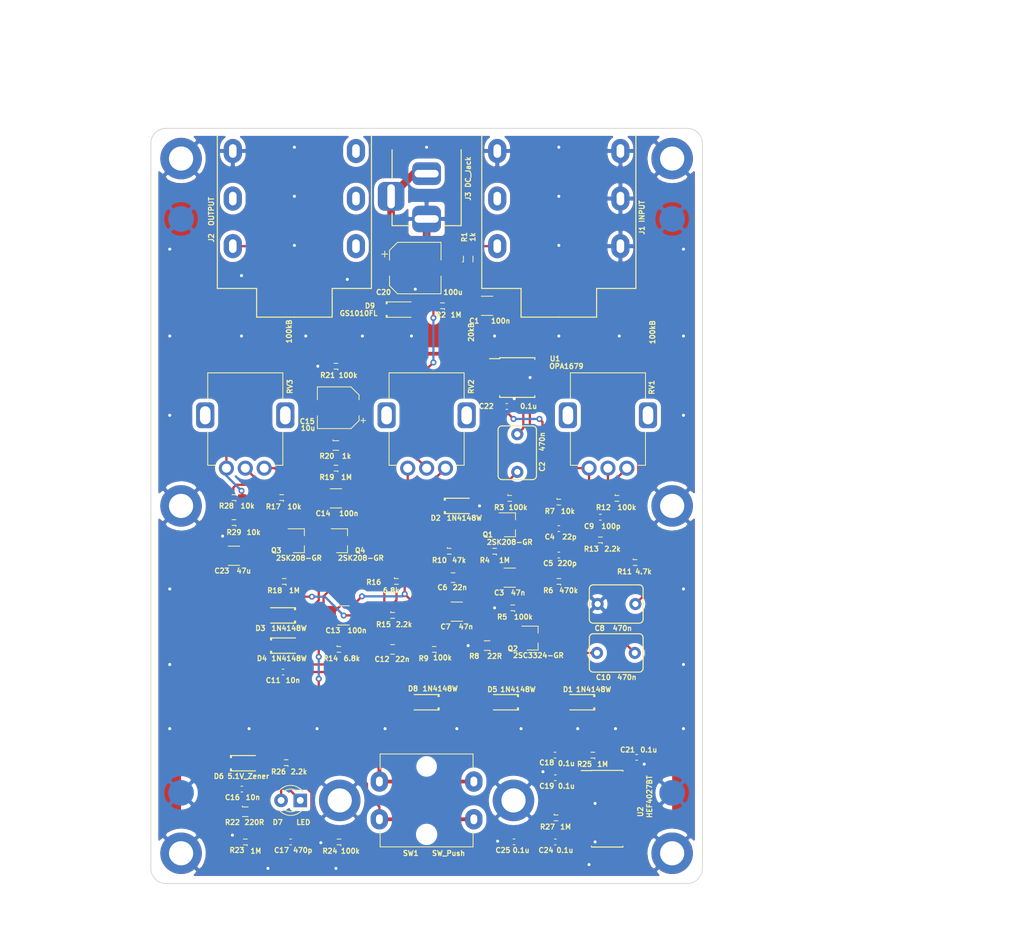
<source format=kicad_pcb>
(kicad_pcb (version 20171130) (host pcbnew "(5.1.2)-2")
  (layers (0 F.Cu signal) (31 B.Cu signal) (34 B.Paste user) (35 F.Paste user) (36 B.SilkS user) (37 F.SilkS user) (38 B.Mask user) (39 F.Mask user) (44 Edge.Cuts user))
  (net 0 "")
  (net 1 "Net-(C1-Pad1)")
  (net 2 "Net-(C1-Pad2)")
  (net 3 "Net-(C2-Pad1)")
  (net 4 "Net-(C2-Pad2)")
  (net 5 "Net-(C3-Pad2)")
  (net 6 "Net-(C3-Pad1)")
  (net 7 "Net-(C4-Pad1)")
  (net 8 "Net-(C6-Pad1)")
  (net 9 GND)
  (net 10 "Net-(C8-Pad1)")
  (net 11 "Net-(C9-Pad2)")
  (net 12 "Net-(C9-Pad1)")
  (net 13 "Net-(C10-Pad1)")
  (net 14 "Net-(C10-Pad2)")
  (net 15 /4.5V)
  (net 16 "Net-(C12-Pad1)")
  (net 17 "Net-(C13-Pad2)")
  (net 18 "Net-(C14-Pad1)")
  (net 19 "Net-(C14-Pad2)")
  (net 20 "Net-(C15-Pad1)")
  (net 21 "Net-(C15-Pad2)")
  (net 22 "Net-(C16-Pad1)")
  (net 23 +9V)
  (net 24 "Net-(C17-Pad1)")
  (net 25 "Net-(C18-Pad2)")
  (net 26 "Net-(D1-Pad2)")
  (net 27 "Net-(D2-Pad1)")
  (net 28 "Net-(D5-Pad2)")
  (net 29 "Net-(D6-Pad2)")
  (net 30 "Net-(D7-Pad1)")
  (net 31 "Net-(D8-Pad2)")
  (net 32 "Net-(J1-PadR)")
  (net 33 "Net-(J1-PadT)")
  (net 34 "Net-(J2-PadTN)")
  (net 35 "Net-(J2-PadR)")
  (net 36 "Net-(J2-PadRN)")
  (net 37 "Net-(J2-PadSN)")
  (net 38 "Net-(Q2-Pad2)")
  (net 39 "Net-(Q3-Pad1)")
  (net 40 "Net-(R11-Pad1)")
  (net 41 "Net-(R12-Pad2)")
  (net 42 "Net-(R15-Pad1)")
  (net 43 "Net-(R17-Pad2)")
  (net 44 "Net-(R20-Pad2)")
  (net 45 "Net-(R22-Pad2)")
  (net 46 "Net-(R25-Pad1)")
  (net 47 "Net-(R26-Pad1)")
  (net 48 "Net-(RV2-Pad2)")
  (net 49 "Net-(U1-Pad10)")
  (net 50 "Net-(U2-Pad14)")
  (net 51 "Net-(U2-Pad15)")
  (net 52 "Net-(C18-Pad1)")
  (net 53 "Net-(C24-Pad1)")
  (net 54 "Net-(C24-Pad2)")
  (module myFoot:my_SKHCBFA010 (layer F.Cu) (at 114.25 136.5)
    (fp_text reference SW1 (at 4.15 9.5) (layer F.SilkS) (effects (font (size 0.67 0.67))))
    (fp_text value SW_Push (at 9.15 9.5) (layer F.SilkS) (effects (font (size 0.67 0.67))))
    (pad "" np_thru_hole circle (at 6.25 7) (size 1.8 1.8) (drill 1.8) (layers *.Cu *.Mask))
    (pad "" np_thru_hole circle (at 6.25 -2) (size 1.7 1.7) (drill 1.7) (layers *.Cu *.Mask))
    (pad 2 thru_hole oval (at 0 5) (size 2.3 2.7) (drill oval 0.9 1.3) (layers *.Cu *.Mask) (net 45 "Net-(R22-Pad2)"))
    (pad 1 thru_hole oval (at 0 0) (size 2.3 2.7) (drill oval 0.9 1.3) (layers *.Cu *.Mask) (net 23 +9V))
    (pad 2 thru_hole oval (at 12.5 5) (size 2.3 2.7) (drill oval 0.9 1.3) (layers *.Cu *.Mask) (net 45 "Net-(R22-Pad2)"))
    (pad 1 thru_hole oval (at 12.5 0) (size 2.3 2.7) (drill oval 0.9 1.3) (layers *.Cu *.Mask) (net 23 +9V))
  )
  (module myFoot:my_Pot_PTV09A-4 (layer F.Cu) (at 144.5 88 90)
    (fp_text reference RV1 (at 3.7 5.8 90) (layer F.SilkS) (effects (font (size 0.67 0.67))))
    (fp_text value 100kB (at 11 5.9 90) (layer F.SilkS) (effects (font (size 0.67 0.67))))
    (pad "" thru_hole roundrect (at 0 -5.3 90) (size 3.4 2.4) (drill oval 2.4 1.4) (layers *.Cu *.Mask))
    (pad "" thru_hole roundrect (at 0 5.3 90) (size 3.4 2.4) (drill oval 2.4 1.4) (layers *.Cu *.Mask))
    (pad 3 thru_hole circle (at -7 2.5 90) (size 2 2) (drill 1.2) (layers *.Cu *.Mask) (net 40 "Net-(R11-Pad1)"))
    (pad 2 thru_hole circle (at -7 0 90) (size 2 2) (drill 1.2) (layers *.Cu *.Mask) (net 11 "Net-(C9-Pad2)"))
    (pad 1 thru_hole circle (at -7 -2.5 90) (size 2 2) (drill 1.2) (layers *.Cu *.Mask) (net 12 "Net-(C9-Pad1)"))
  )
  (module myFoot:my_Pot_PTV09A-4 (layer F.Cu) (at 120.5 88 90)
    (fp_text reference RV2 (at 3.8 5.9 90) (layer F.SilkS) (effects (font (size 0.67 0.67))))
    (fp_text value 20kB (at 11 5.9 90) (layer F.SilkS) (effects (font (size 0.67 0.67))))
    (pad "" thru_hole roundrect (at 0 -5.3 90) (size 3.4 2.4) (drill oval 2.4 1.4) (layers *.Cu *.Mask))
    (pad "" thru_hole roundrect (at 0 5.3 90) (size 3.4 2.4) (drill oval 2.4 1.4) (layers *.Cu *.Mask))
    (pad 3 thru_hole circle (at -7 2.5 90) (size 2 2) (drill 1.2) (layers *.Cu *.Mask) (net 42 "Net-(R15-Pad1)"))
    (pad 2 thru_hole circle (at -7 0 90) (size 2 2) (drill 1.2) (layers *.Cu *.Mask) (net 48 "Net-(RV2-Pad2)"))
    (pad 1 thru_hole circle (at -7 -2.5 90) (size 2 2) (drill 1.2) (layers *.Cu *.Mask) (net 17 "Net-(C13-Pad2)"))
  )
  (module myFoot:my_Pot_PTV09A-4 (layer F.Cu) (at 96.5 88 90)
    (fp_text reference RV3 (at 3.8 5.9 90) (layer F.SilkS) (effects (font (size 0.67 0.67))))
    (fp_text value 100kB (at 11.1 5.8 90) (layer F.SilkS) (effects (font (size 0.67 0.67))))
    (pad "" thru_hole roundrect (at 0 -5.3 90) (size 3.4 2.4) (drill oval 2.4 1.4) (layers *.Cu *.Mask))
    (pad "" thru_hole roundrect (at 0 5.3 90) (size 3.4 2.4) (drill oval 2.4 1.4) (layers *.Cu *.Mask))
    (pad 3 thru_hole circle (at -7 2.5 90) (size 2 2) (drill 1.2) (layers *.Cu *.Mask) (net 48 "Net-(RV2-Pad2)"))
    (pad 2 thru_hole circle (at -7 0 90) (size 2 2) (drill 1.2) (layers *.Cu *.Mask) (net 43 "Net-(R17-Pad2)"))
    (pad 1 thru_hole circle (at -7 -2.5 90) (size 2 2) (drill 1.2) (layers *.Cu *.Mask) (net 15 /4.5V))
  )
  (module myFoot:my_SOT-23 (layer F.Cu) (at 131.5 102.5)
    (fp_text reference Q1 (at -2.9 1.3) (layer F.SilkS) (effects (font (size 0.67 0.67))))
    (fp_text value 2SK208-GR (at 0 2.3) (layer F.SilkS) (effects (font (size 0.67 0.67))))
    (pad 3 smd roundrect (at 1.3 0) (size 1.5 0.8) (layers F.Cu F.Paste F.Mask) (net 26 "Net-(D1-Pad2)"))
    (pad 2 smd roundrect (at -1.3 0.95) (size 1.5 0.8) (layers F.Cu F.Paste F.Mask) (net 5 "Net-(C3-Pad2)"))
    (pad 1 smd roundrect (at -1.3 -0.95) (size 1.5 0.8) (layers F.Cu F.Paste F.Mask) (net 3 "Net-(C2-Pad1)"))
  )
  (module myFoot:my_SOT-23 (layer F.Cu) (at 134.5 117.5)
    (fp_text reference Q2 (at -2.6 1.4) (layer F.SilkS) (effects (font (size 0.67 0.67))))
    (fp_text value 2SC3324-GR (at 0.8 2.3) (layer F.SilkS) (effects (font (size 0.67 0.67))))
    (pad 3 smd roundrect (at 1.3 0) (size 1.5 0.8) (layers F.Cu F.Paste F.Mask) (net 7 "Net-(C4-Pad1)"))
    (pad 2 smd roundrect (at -1.3 0.95) (size 1.5 0.8) (layers F.Cu F.Paste F.Mask) (net 38 "Net-(Q2-Pad2)"))
    (pad 1 smd roundrect (at -1.3 -0.95) (size 1.5 0.8) (layers F.Cu F.Paste F.Mask) (net 6 "Net-(C3-Pad1)"))
  )
  (module myFoot:my_SOT-23 (layer F.Cu) (at 103.558 104.61)
    (fp_text reference Q3 (at -2.958 1.29) (layer F.SilkS) (effects (font (size 0.67 0.67))))
    (fp_text value 2SK208-GR (at 0.042 2.29) (layer F.SilkS) (effects (font (size 0.67 0.67))))
    (pad 3 smd roundrect (at 1.3 0) (size 1.5 0.8) (layers F.Cu F.Paste F.Mask) (net 28 "Net-(D5-Pad2)"))
    (pad 2 smd roundrect (at -1.3 0.95) (size 1.5 0.8) (layers F.Cu F.Paste F.Mask) (net 19 "Net-(C14-Pad2)"))
    (pad 1 smd roundrect (at -1.3 -0.95) (size 1.5 0.8) (layers F.Cu F.Paste F.Mask) (net 39 "Net-(Q3-Pad1)"))
  )
  (module myFoot:my_SOT-23 (layer F.Cu) (at 109.273 104.61)
    (fp_text reference Q4 (at 2.427 1.29) (layer F.SilkS) (effects (font (size 0.67 0.67))))
    (fp_text value 2SK208-GR (at 2.527 2.29) (layer F.SilkS) (effects (font (size 0.67 0.67))))
    (pad 3 smd roundrect (at 1.3 0) (size 1.5 0.8) (layers F.Cu F.Paste F.Mask) (net 31 "Net-(D8-Pad2)"))
    (pad 2 smd roundrect (at -1.3 0.95) (size 1.5 0.8) (layers F.Cu F.Paste F.Mask) (net 19 "Net-(C14-Pad2)"))
    (pad 1 smd roundrect (at -1.3 -0.95) (size 1.5 0.8) (layers F.Cu F.Paste F.Mask) (net 3 "Net-(C2-Pad1)"))
  )
  (module myFoot:my_WirePad_0-8mmDrill (layer B.Cu) (at 88 62)
    (fp_text reference REF** hide)
    (fp_text value p hide)
    (pad 1 smd circle (at 0 0) (size 3.4 3.4) (layers B.Cu B.Paste B.Mask) (net 9 GND))
  )
  (module myFoot:my_WirePad_0-8mmDrill (layer B.Cu) (at 153 138)
    (fp_text reference REF** hide)
    (fp_text value p hide)
    (pad 1 smd circle (at 0 0) (size 3.4 3.4) (layers B.Cu B.Paste B.Mask) (net 9 GND))
  )
  (module myFoot:my_WirePad_0-8mmDrill (layer B.Cu) (at 153 62)
    (fp_text reference REF** hide)
    (fp_text value p hide)
    (pad 1 smd circle (at 0 0) (size 3.4 3.4) (layers B.Cu B.Paste B.Mask) (net 9 GND))
  )
  (module myFoot:my_WirePad_0-8mmDrill (layer B.Cu) (at 88 138)
    (fp_text reference REF** hide)
    (fp_text value p hide)
    (pad 1 smd circle (at 0 0) (size 3.4 3.4) (layers B.Cu B.Paste B.Mask) (net 9 GND))
  )
  (module MountingHole:MountingHole_3.2mm_M3_ISO14580_Pad (layer F.Cu) (at 132 139)
    (fp_text reference REF** hide)
    (fp_text value M hide)
    (pad 1 thru_hole circle (at 0 0) (size 5.5 5.5) (drill 3.2) (layers *.Cu *.Mask) (net 9 GND))
  )
  (module MountingHole:MountingHole_3.2mm_M3_ISO14580_Pad (layer F.Cu) (at 109 139)
    (fp_text reference REF** hide)
    (fp_text value M hide)
    (pad 1 thru_hole circle (at 0 0) (size 5.5 5.5) (drill 3.2) (layers *.Cu *.Mask) (net 9 GND))
  )
  (module MountingHole:MountingHole_3.2mm_M3_ISO14580_Pad (layer F.Cu) (at 153 146)
    (fp_text reference REF** hide)
    (fp_text value M hide)
    (pad 1 thru_hole circle (at 0 0) (size 5.5 5.5) (drill 3.2) (layers *.Cu *.Mask) (net 9 GND))
  )
  (module MountingHole:MountingHole_3.2mm_M3_ISO14580_Pad (layer F.Cu) (at 88 146)
    (fp_text reference REF** hide)
    (fp_text value M hide)
    (pad 1 thru_hole circle (at 0 0) (size 5.5 5.5) (drill 3.2) (layers *.Cu *.Mask) (net 9 GND))
  )
  (module MountingHole:MountingHole_3.2mm_M3_ISO14580_Pad (layer F.Cu) (at 153 100)
    (fp_text reference REF** hide)
    (fp_text value M hide)
    (pad 1 thru_hole circle (at 0 0) (size 5.5 5.5) (drill 3.2) (layers *.Cu *.Mask) (net 9 GND))
  )
  (module MountingHole:MountingHole_3.2mm_M3_ISO14580_Pad (layer F.Cu) (at 88 100)
    (fp_text reference REF** hide)
    (fp_text value M hide)
    (pad 1 thru_hole circle (at 0 0) (size 5.5 5.5) (drill 3.2) (layers *.Cu *.Mask) (net 9 GND))
  )
  (module MountingHole:MountingHole_3.2mm_M3_ISO14580_Pad (layer F.Cu) (at 153 54)
    (fp_text reference REF** hide)
    (fp_text value M hide)
    (pad 1 thru_hole circle (at 0 0) (size 5.5 5.5) (drill 3.2) (layers *.Cu *.Mask) (net 9 GND))
  )
  (module MountingHole:MountingHole_3.2mm_M3_ISO14580_Pad (layer F.Cu) (at 88 54)
    (fp_text reference REF** hide)
    (fp_text value M hide)
    (pad 1 thru_hole circle (at 0 0) (size 5.5 5.5) (drill 3.2) (layers *.Cu *.Mask) (net 9 GND))
  )
  (module "myFoot:my_C_1608(0603)_HandSoldering" (layer F.Cu) (at 138 103 180)
    (fp_text reference C4 (at 1.2 -1.1) (layer F.SilkS) (effects (font (size 0.67 0.67))))
    (fp_text value 22p (at -1.4 -1.1) (layer F.SilkS) (effects (font (size 0.67 0.67))))
    (pad 2 smd roundrect (at 0.95 0 180) (size 1.2 0.75) (layers F.Cu F.Paste F.Mask) (net 6 "Net-(C3-Pad1)"))
    (pad 1 smd roundrect (at -0.95 0 180) (size 1.2 0.75) (layers F.Cu F.Paste F.Mask) (net 7 "Net-(C4-Pad1)"))
  )
  (module "myFoot:my_C_1608(0603)_HandSoldering" (layer F.Cu) (at 138 106.5 180)
    (fp_text reference C5 (at 1.4 -1.1) (layer F.SilkS) (effects (font (size 0.67 0.67))))
    (fp_text value 220p (at -1.1 -1.1) (layer F.SilkS) (effects (font (size 0.67 0.67))))
    (pad 2 smd roundrect (at 0.95 0 180) (size 1.2 0.75) (layers F.Cu F.Paste F.Mask) (net 6 "Net-(C3-Pad1)"))
    (pad 1 smd roundrect (at -0.95 0 180) (size 1.2 0.75) (layers F.Cu F.Paste F.Mask) (net 7 "Net-(C4-Pad1)"))
  )
  (module "myFoot:my_C_1608(0603)_HandSoldering" (layer F.Cu) (at 143.5 101.5)
    (fp_text reference C9 (at -1.5 1.2) (layer F.SilkS) (effects (font (size 0.67 0.67))))
    (fp_text value 100p (at 1.4 1.2) (layer F.SilkS) (effects (font (size 0.67 0.67))))
    (pad 2 smd roundrect (at 0.95 0) (size 1.2 0.75) (layers F.Cu F.Paste F.Mask) (net 11 "Net-(C9-Pad2)"))
    (pad 1 smd roundrect (at -0.95 0) (size 1.2 0.75) (layers F.Cu F.Paste F.Mask) (net 12 "Net-(C9-Pad1)"))
  )
  (module "myFoot:my_C_1608(0603)_HandSoldering" (layer F.Cu) (at 101.5 122)
    (fp_text reference C11 (at -1.3 1.1) (layer F.SilkS) (effects (font (size 0.67 0.67))))
    (fp_text value 10n (at 1.3 1.1) (layer F.SilkS) (effects (font (size 0.67 0.67))))
    (pad 2 smd roundrect (at 0.95 0) (size 1.2 0.75) (layers F.Cu F.Paste F.Mask) (net 13 "Net-(C10-Pad1)"))
    (pad 1 smd roundrect (at -0.95 0) (size 1.2 0.75) (layers F.Cu F.Paste F.Mask) (net 15 /4.5V))
  )
  (module "myFoot:my_C_1608(0603)_HandSoldering" (layer F.Cu) (at 96.05 137.5 180)
    (fp_text reference C16 (at 1.25 -1.1) (layer F.SilkS) (effects (font (size 0.67 0.67))))
    (fp_text value 10n (at -1.45 -1.1) (layer F.SilkS) (effects (font (size 0.67 0.67))))
    (pad 2 smd roundrect (at 0.95 0 180) (size 1.2 0.75) (layers F.Cu F.Paste F.Mask) (net 23 +9V))
    (pad 1 smd roundrect (at -0.95 0 180) (size 1.2 0.75) (layers F.Cu F.Paste F.Mask) (net 22 "Net-(C16-Pad1)"))
  )
  (module "myFoot:my_C_1608(0603)_HandSoldering" (layer F.Cu) (at 102.5 144.5 180)
    (fp_text reference C17 (at 1.2 -1.1) (layer F.SilkS) (effects (font (size 0.67 0.67))))
    (fp_text value 470p (at -1.6 -1.1) (layer F.SilkS) (effects (font (size 0.67 0.67))))
    (pad 2 smd roundrect (at 0.95 0 180) (size 1.2 0.75) (layers F.Cu F.Paste F.Mask) (net 22 "Net-(C16-Pad1)"))
    (pad 1 smd roundrect (at -0.95 0 180) (size 1.2 0.75) (layers F.Cu F.Paste F.Mask) (net 24 "Net-(C17-Pad1)"))
  )
  (module "myFoot:my_C_1608(0603)_HandSoldering" (layer F.Cu) (at 148.3 133.3 180)
    (fp_text reference C21 (at 1.2 1) (layer F.SilkS) (effects (font (size 0.67 0.67))))
    (fp_text value 0.1u (at -1.6 1) (layer F.SilkS) (effects (font (size 0.67 0.67))))
    (pad 2 smd roundrect (at 0.95 0 180) (size 1.2 0.75) (layers F.Cu F.Paste F.Mask) (net 23 +9V))
    (pad 1 smd roundrect (at -0.95 0 180) (size 1.2 0.75) (layers F.Cu F.Paste F.Mask) (net 9 GND))
  )
  (module "myFoot:my_C_1608(0603)_HandSoldering" (layer F.Cu) (at 131.117 86.83 180)
    (fp_text reference C22 (at 2.717 0.03) (layer F.SilkS) (effects (font (size 0.67 0.67))))
    (fp_text value 0.1u (at -2.883 0.03) (layer F.SilkS) (effects (font (size 0.67 0.67))))
    (pad 2 smd roundrect (at 0.95 0 180) (size 1.2 0.75) (layers F.Cu F.Paste F.Mask) (net 23 +9V))
    (pad 1 smd roundrect (at -0.95 0 180) (size 1.2 0.75) (layers F.Cu F.Paste F.Mask) (net 9 GND))
  )
  (module myFoot:my_D_SOD-123 (layer F.Cu) (at 141.1 126 180)
    (fp_text reference D1 (at 1.9 1.7) (layer F.SilkS) (effects (font (size 0.67 0.67))))
    (fp_text value 1N4148W (at -1.5 1.7) (layer F.SilkS) (effects (font (size 0.67 0.67))))
    (pad 2 smd roundrect (at 1.8 0 180) (size 1.2 1) (layers F.Cu F.Paste F.Mask) (net 26 "Net-(D1-Pad2)"))
    (pad 1 smd roundrect (at -1.8 0 180) (size 1.2 1) (layers F.Cu F.Paste F.Mask) (net 25 "Net-(C18-Pad2)"))
  )
  (module myFoot:my_D_SOD-123 (layer F.Cu) (at 124.5 100)
    (fp_text reference D2 (at -2.8 1.6) (layer F.SilkS) (effects (font (size 0.67 0.67))))
    (fp_text value 1N4148W (at 1 1.6) (layer F.SilkS) (effects (font (size 0.67 0.67))))
    (pad 2 smd roundrect (at 1.8 0) (size 1.2 1) (layers F.Cu F.Paste F.Mask) (net 9 GND))
    (pad 1 smd roundrect (at -1.8 0) (size 1.2 1) (layers F.Cu F.Paste F.Mask) (net 27 "Net-(D2-Pad1)"))
  )
  (module myFoot:my_D_SOD-123 (layer F.Cu) (at 101.5 114.5 180)
    (fp_text reference D3 (at 3 -1.7) (layer F.SilkS) (effects (font (size 0.67 0.67))))
    (fp_text value 1N4148W (at -0.8 -1.7) (layer F.SilkS) (effects (font (size 0.67 0.67))))
    (pad 2 smd roundrect (at 1.8 0 180) (size 1.2 1) (layers F.Cu F.Paste F.Mask) (net 15 /4.5V))
    (pad 1 smd roundrect (at -1.8 0 180) (size 1.2 1) (layers F.Cu F.Paste F.Mask) (net 13 "Net-(C10-Pad1)"))
  )
  (module myFoot:my_D_SOD-123 (layer F.Cu) (at 101.5 118.5)
    (fp_text reference D4 (at -2.8 1.7) (layer F.SilkS) (effects (font (size 0.67 0.67))))
    (fp_text value 1N4148W (at 0.8 1.7) (layer F.SilkS) (effects (font (size 0.67 0.67))))
    (pad 2 smd roundrect (at 1.8 0) (size 1.2 1) (layers F.Cu F.Paste F.Mask) (net 13 "Net-(C10-Pad1)"))
    (pad 1 smd roundrect (at -1.8 0) (size 1.2 1) (layers F.Cu F.Paste F.Mask) (net 15 /4.5V))
  )
  (module myFoot:my_D_SOD-123 (layer F.Cu) (at 131 126 180)
    (fp_text reference D5 (at 1.8 1.7) (layer F.SilkS) (effects (font (size 0.67 0.67))))
    (fp_text value 1N4148W (at -1.6 1.7) (layer F.SilkS) (effects (font (size 0.67 0.67))))
    (pad 2 smd roundrect (at 1.8 0 180) (size 1.2 1) (layers F.Cu F.Paste F.Mask) (net 28 "Net-(D5-Pad2)"))
    (pad 1 smd roundrect (at -1.8 0 180) (size 1.2 1) (layers F.Cu F.Paste F.Mask) (net 25 "Net-(C18-Pad2)"))
  )
  (module myFoot:my_D_SOD-123 (layer F.Cu) (at 96.192 134.074)
    (fp_text reference D6 (at -3.192 1.726) (layer F.SilkS) (effects (font (size 0.67 0.67))))
    (fp_text value 5.1V_Zener (at 0.708 1.726) (layer F.SilkS) (effects (font (size 0.67 0.67))))
    (pad 2 smd roundrect (at 1.8 0) (size 1.2 1) (layers F.Cu F.Paste F.Mask) (net 29 "Net-(D6-Pad2)"))
    (pad 1 smd roundrect (at -1.8 0) (size 1.2 1) (layers F.Cu F.Paste F.Mask) (net 23 +9V))
  )
  (module LED_THT:LED_D3.0mm (layer F.Cu) (at 103.775 139 180)
    (fp_text reference D7 (at 2.985 -2.9) (layer F.SilkS) (effects (font (size 0.67 0.67))))
    (fp_text value LED (at -0.415 -2.9) (layer F.SilkS) (effects (font (size 0.67 0.67))))
    (pad 2 thru_hole circle (at 2.54 0 180) (size 1.8 1.8) (drill 0.9) (layers *.Cu *.Mask) (net 29 "Net-(D6-Pad2)"))
    (pad 1 thru_hole rect (at 0 0 180) (size 1.8 1.8) (drill 0.9) (layers *.Cu *.Mask) (net 30 "Net-(D7-Pad1)"))
  )
  (module myFoot:my_D_SOD-123 (layer F.Cu) (at 120.5 126 180)
    (fp_text reference D8 (at 1.8 1.8) (layer F.SilkS) (effects (font (size 0.67 0.67))))
    (fp_text value 1N4148W (at -1.8 1.8) (layer F.SilkS) (effects (font (size 0.67 0.67))))
    (pad 2 smd roundrect (at 1.8 0 180) (size 1.2 1) (layers F.Cu F.Paste F.Mask) (net 31 "Net-(D8-Pad2)"))
    (pad 1 smd roundrect (at -1.8 0 180) (size 1.2 1) (layers F.Cu F.Paste F.Mask) (net 54 "Net-(C24-Pad2)"))
  )
  (module myFoot:my_D_GS1010FL (layer F.Cu) (at 116.8 74)
    (fp_text reference D9 (at -3.8 -0.5) (layer F.SilkS) (effects (font (size 0.67 0.67))))
    (fp_text value GS1010FL (at -5.3 0.5) (layer F.SilkS) (effects (font (size 0.67 0.67))))
    (pad 2 smd roundrect (at 1.8 0) (size 1.2 1.2) (layers F.Cu F.Paste F.Mask) (net 9 GND))
    (pad 1 smd roundrect (at -1.8 0) (size 1.2 1.2) (layers F.Cu F.Paste F.Mask) (net 23 +9V))
  )
  (module myFoot:my_Phone_Jack1 (layer F.Cu) (at 138 50 270)
    (fp_text reference J1 (at 13.5 -11 90) (layer F.SilkS) (effects (font (size 0.67 0.67))))
    (fp_text value INPUT (at 11 -11 90) (layer F.SilkS) (effects (font (size 0.67 0.67))))
    (pad TN thru_hole oval (at 15.6 -8.15 270) (size 3.2 2.4) (drill oval 1.8 1) (layers *.Cu *.Mask) (net 9 GND))
    (pad T thru_hole oval (at 15.6 8.15 270) (size 3.2 2.4) (drill oval 1.8 1) (layers *.Cu *.Mask) (net 33 "Net-(J1-PadT)"))
    (pad R thru_hole oval (at 9.3 8.15 270) (size 3.2 2.4) (drill oval 1.8 1) (layers *.Cu *.Mask) (net 32 "Net-(J1-PadR)"))
    (pad S thru_hole oval (at 3 8.15 270) (size 3.2 2.4) (drill oval 1.8 1) (layers *.Cu *.Mask) (net 9 GND))
    (pad RN thru_hole oval (at 9.3 -8.15 270) (size 3.2 2.4) (drill oval 1.8 1) (layers *.Cu *.Mask) (net 9 GND))
    (pad SN thru_hole oval (at 3 -8.15 270) (size 3.2 2.4) (drill oval 1.8 1) (layers *.Cu *.Mask) (net 9 GND))
  )
  (module myFoot:my_Phone_Jack1 (layer F.Cu) (at 103 50 270)
    (fp_text reference J2 (at 14.5 11 90) (layer F.SilkS) (effects (font (size 0.67 0.67))))
    (fp_text value OUTPUT (at 11 11 90) (layer F.SilkS) (effects (font (size 0.67 0.67))))
    (pad TN thru_hole oval (at 15.6 -8.15 270) (size 3.2 2.4) (drill oval 1.8 1) (layers *.Cu *.Mask) (net 34 "Net-(J2-PadTN)"))
    (pad T thru_hole oval (at 15.6 8.15 270) (size 3.2 2.4) (drill oval 1.8 1) (layers *.Cu *.Mask) (net 21 "Net-(C15-Pad2)"))
    (pad R thru_hole oval (at 9.3 8.15 270) (size 3.2 2.4) (drill oval 1.8 1) (layers *.Cu *.Mask) (net 35 "Net-(J2-PadR)"))
    (pad S thru_hole oval (at 3 8.15 270) (size 3.2 2.4) (drill oval 1.8 1) (layers *.Cu *.Mask) (net 9 GND))
    (pad RN thru_hole oval (at 9.3 -8.15 270) (size 3.2 2.4) (drill oval 1.8 1) (layers *.Cu *.Mask) (net 36 "Net-(J2-PadRN)"))
    (pad SN thru_hole oval (at 3 -8.15 270) (size 3.2 2.4) (drill oval 1.8 1) (layers *.Cu *.Mask) (net 37 "Net-(J2-PadSN)"))
  )
  (module myFoot:my_DC_Jack (layer F.Cu) (at 120.5 62 270)
    (fp_text reference J3 (at -3 -5.5 90) (layer F.SilkS) (effects (font (size 0.67 0.67))))
    (fp_text value DC_Jack (at -6.2 -5.5 90) (layer F.SilkS) (effects (font (size 0.67 0.67))))
    (pad 3 thru_hole roundrect (at -3 4.7 270) (size 3.8 3.5) (drill oval 3.2 1) (layers *.Cu *.Mask) (net 23 +9V))
    (pad 2 thru_hole roundrect (at -6 0 270) (size 3 3.8) (drill oval 1 3.2) (layers *.Cu *.Mask) (net 23 +9V))
    (pad 1 thru_hole roundrect (at 0 0 270) (size 3.5 3.8) (drill oval 1 3.2) (layers *.Cu *.Mask) (net 9 GND))
  )
  (module "myFoot:my_R_2012(0805)_HandSoldering" (layer F.Cu) (at 126 67.3 90)
    (fp_text reference R1 (at 2.9 -0.5 90) (layer F.SilkS) (effects (font (size 0.67 0.67))))
    (fp_text value 1k (at 2.9 0.6 90) (layer F.SilkS) (effects (font (size 0.67 0.67))))
    (pad 2 smd roundrect (at 1.2 0 90) (size 1.2 1.3) (layers F.Cu F.Paste F.Mask) (net 33 "Net-(J1-PadT)"))
    (pad 1 smd roundrect (at -1.2 0 90) (size 1.2 1.3) (layers F.Cu F.Paste F.Mask) (net 2 "Net-(C1-Pad2)"))
  )
  (module "myFoot:my_R_1608(0603)_HandSoldering" (layer F.Cu) (at 122.6 73.5 180)
    (fp_text reference R2 (at 0.2 -1.2) (layer F.SilkS) (effects (font (size 0.67 0.67))))
    (fp_text value 1M (at -1.8 -1.2) (layer F.SilkS) (effects (font (size 0.67 0.67))))
    (pad 2 smd roundrect (at 1.1 0 180) (size 1.2 0.9) (layers F.Cu F.Paste F.Mask) (net 15 /4.5V))
    (pad 1 smd roundrect (at -1.1 0 180) (size 1.2 0.9) (layers F.Cu F.Paste F.Mask) (net 1 "Net-(C1-Pad1)"))
  )
  (module "myFoot:my_R_1608(0603)_HandSoldering" (layer F.Cu) (at 131.5 99)
    (fp_text reference R3 (at -1.4 1.2) (layer F.SilkS) (effects (font (size 0.67 0.67))))
    (fp_text value 100k (at 1.1 1.2) (layer F.SilkS) (effects (font (size 0.67 0.67))))
    (pad 2 smd roundrect (at 1.1 0) (size 1.2 0.9) (layers F.Cu F.Paste F.Mask) (net 15 /4.5V))
    (pad 1 smd roundrect (at -1.1 0) (size 1.2 0.9) (layers F.Cu F.Paste F.Mask) (net 3 "Net-(C2-Pad1)"))
  )
  (module "myFoot:my_R_1608(0603)_HandSoldering" (layer F.Cu) (at 129.5 106 180)
    (fp_text reference R4 (at 1.3 -1.2) (layer F.SilkS) (effects (font (size 0.67 0.67))))
    (fp_text value 1M (at -1.3 -1.2) (layer F.SilkS) (effects (font (size 0.67 0.67))))
    (pad 2 smd roundrect (at 1.1 0 180) (size 1.2 0.9) (layers F.Cu F.Paste F.Mask) (net 15 /4.5V))
    (pad 1 smd roundrect (at -1.1 0 180) (size 1.2 0.9) (layers F.Cu F.Paste F.Mask) (net 5 "Net-(C3-Pad2)"))
  )
  (module "myFoot:my_R_1608(0603)_HandSoldering" (layer F.Cu) (at 131.9 113.5 180)
    (fp_text reference R5 (at 1.4 -1.2) (layer F.SilkS) (effects (font (size 0.67 0.67))))
    (fp_text value 100k (at -1.4 -1.2) (layer F.SilkS) (effects (font (size 0.67 0.67))))
    (pad 2 smd roundrect (at 1.1 0 180) (size 1.2 0.9) (layers F.Cu F.Paste F.Mask) (net 9 GND))
    (pad 1 smd roundrect (at -1.1 0 180) (size 1.2 0.9) (layers F.Cu F.Paste F.Mask) (net 6 "Net-(C3-Pad1)"))
  )
  (module "myFoot:my_R_1608(0603)_HandSoldering" (layer F.Cu) (at 138 110 180)
    (fp_text reference R6 (at 1.4 -1.2) (layer F.SilkS) (effects (font (size 0.67 0.67))))
    (fp_text value 470k (at -1.3 -1.2) (layer F.SilkS) (effects (font (size 0.67 0.67))))
    (pad 2 smd roundrect (at 1.1 0 180) (size 1.2 0.9) (layers F.Cu F.Paste F.Mask) (net 6 "Net-(C3-Pad1)"))
    (pad 1 smd roundrect (at -1.1 0 180) (size 1.2 0.9) (layers F.Cu F.Paste F.Mask) (net 7 "Net-(C4-Pad1)"))
  )
  (module "myFoot:my_R_1608(0603)_HandSoldering" (layer F.Cu) (at 138 99.5)
    (fp_text reference R7 (at -1.2 1.2) (layer F.SilkS) (effects (font (size 0.67 0.67))))
    (fp_text value 10k (at 1.2 1.2) (layer F.SilkS) (effects (font (size 0.67 0.67))))
    (pad 2 smd roundrect (at 1.1 0) (size 1.2 0.9) (layers F.Cu F.Paste F.Mask) (net 7 "Net-(C4-Pad1)"))
    (pad 1 smd roundrect (at -1.1 0) (size 1.2 0.9) (layers F.Cu F.Paste F.Mask) (net 23 +9V))
  )
  (module "myFoot:my_R_2012(0805)_HandSoldering" (layer F.Cu) (at 128.5 118.5 180)
    (fp_text reference R8 (at 1.7 -1.4) (layer F.SilkS) (effects (font (size 0.67 0.67))))
    (fp_text value 22R (at -1 -1.4) (layer F.SilkS) (effects (font (size 0.67 0.67))))
    (pad 2 smd roundrect (at 1.2 0 180) (size 1.2 1.3) (layers F.Cu F.Paste F.Mask) (net 9 GND))
    (pad 1 smd roundrect (at -1.2 0 180) (size 1.2 1.3) (layers F.Cu F.Paste F.Mask) (net 38 "Net-(Q2-Pad2)"))
  )
  (module "myFoot:my_R_1608(0603)_HandSoldering" (layer F.Cu) (at 121.5 119 180)
    (fp_text reference R9 (at 1.4 -1.2) (layer F.SilkS) (effects (font (size 0.67 0.67))))
    (fp_text value 100k (at -1.1 -1.1) (layer F.SilkS) (effects (font (size 0.67 0.67))))
    (pad 2 smd roundrect (at 1.1 0 180) (size 1.2 0.9) (layers F.Cu F.Paste F.Mask) (net 15 /4.5V))
    (pad 1 smd roundrect (at -1.1 0 180) (size 1.2 0.9) (layers F.Cu F.Paste F.Mask) (net 8 "Net-(C6-Pad1)"))
  )
  (module "myFoot:my_R_1608(0603)_HandSoldering" (layer F.Cu) (at 123.5 106)
    (fp_text reference R10 (at -1.3 1.2) (layer F.SilkS) (effects (font (size 0.67 0.67))))
    (fp_text value 47k (at 1.3 1.2) (layer F.SilkS) (effects (font (size 0.67 0.67))))
    (pad 2 smd roundrect (at 1.1 0) (size 1.2 0.9) (layers F.Cu F.Paste F.Mask) (net 8 "Net-(C6-Pad1)"))
    (pad 1 smd roundrect (at -1.1 0) (size 1.2 0.9) (layers F.Cu F.Paste F.Mask) (net 27 "Net-(D2-Pad1)"))
  )
  (module "myFoot:my_R_1608(0603)_HandSoldering" (layer F.Cu) (at 148.1 107.5)
    (fp_text reference R11 (at -1.4 1.2) (layer F.SilkS) (effects (font (size 0.67 0.67))))
    (fp_text value 4.7k (at 1.1 1.2) (layer F.SilkS) (effects (font (size 0.67 0.67))))
    (pad 2 smd roundrect (at 1.1 0) (size 1.2 0.9) (layers F.Cu F.Paste F.Mask) (net 10 "Net-(C8-Pad1)"))
    (pad 1 smd roundrect (at -1.1 0) (size 1.2 0.9) (layers F.Cu F.Paste F.Mask) (net 40 "Net-(R11-Pad1)"))
  )
  (module "myFoot:my_R_1608(0603)_HandSoldering" (layer F.Cu) (at 145.7 99)
    (fp_text reference R12 (at -1.8 1.2) (layer F.SilkS) (effects (font (size 0.67 0.67))))
    (fp_text value 100k (at 1.3 1.2) (layer F.SilkS) (effects (font (size 0.67 0.67))))
    (pad 2 smd roundrect (at 1.1 0) (size 1.2 0.9) (layers F.Cu F.Paste F.Mask) (net 41 "Net-(R12-Pad2)"))
    (pad 1 smd roundrect (at -1.1 0) (size 1.2 0.9) (layers F.Cu F.Paste F.Mask) (net 11 "Net-(C9-Pad2)"))
  )
  (module "myFoot:my_R_1608(0603)_HandSoldering" (layer F.Cu) (at 143.5 104.5 180)
    (fp_text reference R13 (at 1.2 -1.2) (layer F.SilkS) (effects (font (size 0.67 0.67))))
    (fp_text value 2.2k (at -1.6 -1.2) (layer F.SilkS) (effects (font (size 0.67 0.67))))
    (pad 2 smd roundrect (at 1.1 0 180) (size 1.2 0.9) (layers F.Cu F.Paste F.Mask) (net 12 "Net-(C9-Pad1)"))
    (pad 1 smd roundrect (at -1.1 0 180) (size 1.2 0.9) (layers F.Cu F.Paste F.Mask) (net 14 "Net-(C10-Pad2)"))
  )
  (module "myFoot:my_R_1608(0603)_HandSoldering" (layer F.Cu) (at 108.9 119)
    (fp_text reference R14 (at -1.1 1.2) (layer F.SilkS) (effects (font (size 0.67 0.67))))
    (fp_text value 6.8k (at 1.7 1.2) (layer F.SilkS) (effects (font (size 0.67 0.67))))
    (pad 2 smd roundrect (at 1.1 0) (size 1.2 0.9) (layers F.Cu F.Paste F.Mask) (net 13 "Net-(C10-Pad1)"))
    (pad 1 smd roundrect (at -1.1 0) (size 1.2 0.9) (layers F.Cu F.Paste F.Mask) (net 17 "Net-(C13-Pad2)"))
  )
  (module "myFoot:my_R_1608(0603)_HandSoldering" (layer F.Cu) (at 116 114.5)
    (fp_text reference R15 (at -1.2 1.2) (layer F.SilkS) (effects (font (size 0.67 0.67))))
    (fp_text value 2.2k (at 1.5 1.2) (layer F.SilkS) (effects (font (size 0.67 0.67))))
    (pad 2 smd roundrect (at 1.1 0) (size 1.2 0.9) (layers F.Cu F.Paste F.Mask) (net 16 "Net-(C12-Pad1)"))
    (pad 1 smd roundrect (at -1.1 0) (size 1.2 0.9) (layers F.Cu F.Paste F.Mask) (net 42 "Net-(R15-Pad1)"))
  )
  (module "myFoot:my_R_1608(0603)_HandSoldering" (layer F.Cu) (at 116.5 110)
    (fp_text reference R16 (at -3 0.1) (layer F.SilkS) (effects (font (size 0.67 0.67))))
    (fp_text value 6.8k (at -0.7 1.2) (layer F.SilkS) (effects (font (size 0.67 0.67))))
    (pad 2 smd roundrect (at 1.1 0) (size 1.2 0.9) (layers F.Cu F.Paste F.Mask) (net 15 /4.5V))
    (pad 1 smd roundrect (at -1.1 0) (size 1.2 0.9) (layers F.Cu F.Paste F.Mask) (net 42 "Net-(R15-Pad1)"))
  )
  (module "myFoot:my_R_1608(0603)_HandSoldering" (layer F.Cu) (at 101.315 98.895 180)
    (fp_text reference R17 (at 1.115 -1.205) (layer F.SilkS) (effects (font (size 0.67 0.67))))
    (fp_text value 10k (at -1.685 -1.205) (layer F.SilkS) (effects (font (size 0.67 0.67))))
    (pad 2 smd roundrect (at 1.1 0 180) (size 1.2 0.9) (layers F.Cu F.Paste F.Mask) (net 43 "Net-(R17-Pad2)"))
    (pad 1 smd roundrect (at -1.1 0 180) (size 1.2 0.9) (layers F.Cu F.Paste F.Mask) (net 39 "Net-(Q3-Pad1)"))
  )
  (module "myFoot:my_R_1608(0603)_HandSoldering" (layer F.Cu) (at 101.653 110 180)
    (fp_text reference R18 (at 1.253 -1.2) (layer F.SilkS) (effects (font (size 0.67 0.67))))
    (fp_text value 1M (at -1.347 -1.2) (layer F.SilkS) (effects (font (size 0.67 0.67))))
    (pad 2 smd roundrect (at 1.1 0 180) (size 1.2 0.9) (layers F.Cu F.Paste F.Mask) (net 15 /4.5V))
    (pad 1 smd roundrect (at -1.1 0 180) (size 1.2 0.9) (layers F.Cu F.Paste F.Mask) (net 19 "Net-(C14-Pad2)"))
  )
  (module "myFoot:my_R_1608(0603)_HandSoldering" (layer F.Cu) (at 108.5 95 180)
    (fp_text reference R19 (at 1.2 -1.2) (layer F.SilkS) (effects (font (size 0.67 0.67))))
    (fp_text value 1M (at -1.4 -1.2) (layer F.SilkS) (effects (font (size 0.67 0.67))))
    (pad 2 smd roundrect (at 1.1 0 180) (size 1.2 0.9) (layers F.Cu F.Paste F.Mask) (net 15 /4.5V))
    (pad 1 smd roundrect (at -1.1 0 180) (size 1.2 0.9) (layers F.Cu F.Paste F.Mask) (net 18 "Net-(C14-Pad1)"))
  )
  (module "myFoot:my_R_2012(0805)_HandSoldering" (layer F.Cu) (at 108.5 92)
    (fp_text reference R20 (at -1.2 1.4) (layer F.SilkS) (effects (font (size 0.67 0.67))))
    (fp_text value 1k (at 1.4 1.4) (layer F.SilkS) (effects (font (size 0.67 0.67))))
    (pad 2 smd roundrect (at 1.2 0) (size 1.2 1.3) (layers F.Cu F.Paste F.Mask) (net 44 "Net-(R20-Pad2)"))
    (pad 1 smd roundrect (at -1.2 0) (size 1.2 1.3) (layers F.Cu F.Paste F.Mask) (net 20 "Net-(C15-Pad1)"))
  )
  (module "myFoot:my_R_1608(0603)_HandSoldering" (layer F.Cu) (at 108.5 81.5 180)
    (fp_text reference R21 (at 1.1 -1.2) (layer F.SilkS) (effects (font (size 0.67 0.67))))
    (fp_text value 100k (at -1.6 -1.2) (layer F.SilkS) (effects (font (size 0.67 0.67))))
    (pad 2 smd roundrect (at 1.1 0 180) (size 1.2 0.9) (layers F.Cu F.Paste F.Mask) (net 9 GND))
    (pad 1 smd roundrect (at -1.1 0 180) (size 1.2 0.9) (layers F.Cu F.Paste F.Mask) (net 21 "Net-(C15-Pad2)"))
  )
  (module "myFoot:my_R_2012(0805)_HandSoldering" (layer F.Cu) (at 96.5 140.5)
    (fp_text reference R22 (at -1.7 1.4) (layer F.SilkS) (effects (font (size 0.67 0.67))))
    (fp_text value 220R (at 1.2 1.4) (layer F.SilkS) (effects (font (size 0.67 0.67))))
    (pad 2 smd roundrect (at 1.2 0) (size 1.2 1.3) (layers F.Cu F.Paste F.Mask) (net 45 "Net-(R22-Pad2)"))
    (pad 1 smd roundrect (at -1.2 0) (size 1.2 1.3) (layers F.Cu F.Paste F.Mask) (net 22 "Net-(C16-Pad1)"))
  )
  (module "myFoot:my_R_1608(0603)_HandSoldering" (layer F.Cu) (at 96.5 144.5 180)
    (fp_text reference R23 (at 1.1 -1.1) (layer F.SilkS) (effects (font (size 0.67 0.67))))
    (fp_text value 1M (at -1.4 -1.2) (layer F.SilkS) (effects (font (size 0.67 0.67))))
    (pad 2 smd roundrect (at 1.1 0 180) (size 1.2 0.9) (layers F.Cu F.Paste F.Mask) (net 9 GND))
    (pad 1 smd roundrect (at -1.1 0 180) (size 1.2 0.9) (layers F.Cu F.Paste F.Mask) (net 22 "Net-(C16-Pad1)"))
  )
  (module "myFoot:my_R_1608(0603)_HandSoldering" (layer F.Cu) (at 108.9 144.5 180)
    (fp_text reference R24 (at 1.2 -1.2) (layer F.SilkS) (effects (font (size 0.67 0.67))))
    (fp_text value 100k (at -1.5 -1.2) (layer F.SilkS) (effects (font (size 0.67 0.67))))
    (pad 2 smd roundrect (at 1.1 0 180) (size 1.2 0.9) (layers F.Cu F.Paste F.Mask) (net 9 GND))
    (pad 1 smd roundrect (at -1.1 0 180) (size 1.2 0.9) (layers F.Cu F.Paste F.Mask) (net 24 "Net-(C17-Pad1)"))
  )
  (module "myFoot:my_R_1608(0603)_HandSoldering" (layer F.Cu) (at 142.5 133 180)
    (fp_text reference R25 (at 1.1 -1.2) (layer F.SilkS) (effects (font (size 0.67 0.67))))
    (fp_text value 1M (at -1.3 -1.2) (layer F.SilkS) (effects (font (size 0.67 0.67))))
    (pad 2 smd roundrect (at 1.1 0 180) (size 1.2 0.9) (layers F.Cu F.Paste F.Mask) (net 25 "Net-(C18-Pad2)"))
    (pad 1 smd roundrect (at -1.1 0 180) (size 1.2 0.9) (layers F.Cu F.Paste F.Mask) (net 46 "Net-(R25-Pad1)"))
  )
  (module "myFoot:my_R_1608(0603)_HandSoldering" (layer F.Cu) (at 101.9 134 180)
    (fp_text reference R26 (at 1 -1.2) (layer F.SilkS) (effects (font (size 0.67 0.67))))
    (fp_text value 2.2k (at -1.7 -1.2) (layer F.SilkS) (effects (font (size 0.67 0.67))))
    (pad 2 smd roundrect (at 1.1 0 180) (size 1.2 0.9) (layers F.Cu F.Paste F.Mask) (net 30 "Net-(D7-Pad1)"))
    (pad 1 smd roundrect (at -1.1 0 180) (size 1.2 0.9) (layers F.Cu F.Paste F.Mask) (net 47 "Net-(R26-Pad1)"))
  )
  (module "myFoot:my_R_1608(0603)_HandSoldering" (layer F.Cu) (at 137.637 141.313)
    (fp_text reference R27 (at -1.137 1.187) (layer F.SilkS) (effects (font (size 0.67 0.67))))
    (fp_text value 1M (at 1.263 1.187) (layer F.SilkS) (effects (font (size 0.67 0.67))))
    (pad 2 smd roundrect (at 1.1 0) (size 1.2 0.9) (layers F.Cu F.Paste F.Mask) (net 47 "Net-(R26-Pad1)"))
    (pad 1 smd roundrect (at -1.1 0) (size 1.2 0.9) (layers F.Cu F.Paste F.Mask) (net 54 "Net-(C24-Pad2)"))
  )
  (module "myFoot:my_R_1608(0603)_HandSoldering" (layer F.Cu) (at 95 98.9 180)
    (fp_text reference R28 (at 1 -1.1) (layer F.SilkS) (effects (font (size 0.67 0.67))))
    (fp_text value 10k (at -1.8 -1.1) (layer F.SilkS) (effects (font (size 0.67 0.67))))
    (pad 2 smd roundrect (at 1.1 0 180) (size 1.2 0.9) (layers F.Cu F.Paste F.Mask) (net 23 +9V))
    (pad 1 smd roundrect (at -1.1 0 180) (size 1.2 0.9) (layers F.Cu F.Paste F.Mask) (net 15 /4.5V))
  )
  (module "myFoot:my_R_1608(0603)_HandSoldering" (layer F.Cu) (at 95 102.2 180)
    (fp_text reference R29 (at 0 -1.3) (layer F.SilkS) (effects (font (size 0.67 0.67))))
    (fp_text value 10k (at -2.6 -1.3) (layer F.SilkS) (effects (font (size 0.67 0.67))))
    (pad 2 smd roundrect (at 1.1 0 180) (size 1.2 0.9) (layers F.Cu F.Paste F.Mask) (net 9 GND))
    (pad 1 smd roundrect (at -1.1 0 180) (size 1.2 0.9) (layers F.Cu F.Paste F.Mask) (net 15 /4.5V))
  )
  (module myFoot:my_TSSOP-14 (layer F.Cu) (at 132.5 83)
    (fp_text reference U1 (at 5 -2.5) (layer F.SilkS) (effects (font (size 0.67 0.67))))
    (fp_text value OPA1679 (at 6.5 -1.5) (layer F.SilkS) (effects (font (size 0.67 0.67))))
    (pad 14 smd roundrect (at 3.15 -1.95) (size 1.65 0.45) (layers F.Cu F.Paste F.Mask) (net 4 "Net-(C2-Pad2)"))
    (pad 13 smd roundrect (at 3.15 -1.3) (size 1.65 0.45) (layers F.Cu F.Paste F.Mask) (net 4 "Net-(C2-Pad2)"))
    (pad 12 smd roundrect (at 3.15 -0.65) (size 1.65 0.45) (layers F.Cu F.Paste F.Mask) (net 1 "Net-(C1-Pad1)"))
    (pad 11 smd roundrect (at 3.15 0) (size 1.65 0.45) (layers F.Cu F.Paste F.Mask) (net 9 GND))
    (pad 10 smd roundrect (at 3.15 0.65) (size 1.65 0.45) (layers F.Cu F.Paste F.Mask) (net 49 "Net-(U1-Pad10)"))
    (pad 9 smd roundrect (at 3.15 1.3) (size 1.65 0.45) (layers F.Cu F.Paste F.Mask) (net 41 "Net-(R12-Pad2)"))
    (pad 8 smd roundrect (at 3.15 1.95) (size 1.65 0.45) (layers F.Cu F.Paste F.Mask) (net 12 "Net-(C9-Pad1)"))
    (pad 7 smd roundrect (at -3.15 1.95) (size 1.65 0.45) (layers F.Cu F.Paste F.Mask) (net 49 "Net-(U1-Pad10)"))
    (pad 6 smd roundrect (at -3.15 1.3) (size 1.65 0.45) (layers F.Cu F.Paste F.Mask) (net 49 "Net-(U1-Pad10)"))
    (pad 5 smd roundrect (at -3.15 0.65) (size 1.65 0.45) (layers F.Cu F.Paste F.Mask) (net 27 "Net-(D2-Pad1)"))
    (pad 4 smd roundrect (at -3.15 0) (size 1.65 0.45) (layers F.Cu F.Paste F.Mask) (net 23 +9V))
    (pad 3 smd roundrect (at -3.15 -0.65) (size 1.65 0.45) (layers F.Cu F.Paste F.Mask) (net 18 "Net-(C14-Pad1)"))
    (pad 2 smd roundrect (at -3.15 -1.3) (size 1.65 0.45) (layers F.Cu F.Paste F.Mask) (net 44 "Net-(R20-Pad2)"))
    (pad 1 smd roundrect (at -3.15 -1.95) (size 1.65 0.45) (layers F.Cu F.Paste F.Mask) (net 44 "Net-(R20-Pad2)"))
  )
  (module myFoot:my_SOIC-16_3.9x9.9mm_Pitch1.27mm (layer F.Cu) (at 144.4 140.1)
    (fp_text reference U2 (at 4.4 0.4 90) (layer F.SilkS) (effects (font (size 0.67 0.67))))
    (fp_text value HEF4027BT (at 5.6 -1.6 90) (layer F.SilkS) (effects (font (size 0.67 0.67))))
    (pad 16 smd roundrect (at 2.9 -4.445) (size 1.5 0.6) (layers F.Cu F.Paste F.Mask) (net 23 +9V))
    (pad 15 smd roundrect (at 2.9 -3.175) (size 1.5 0.6) (layers F.Cu F.Paste F.Mask) (net 51 "Net-(U2-Pad15)"))
    (pad 14 smd roundrect (at 2.9 -1.905) (size 1.5 0.6) (layers F.Cu F.Paste F.Mask) (net 50 "Net-(U2-Pad14)"))
    (pad 13 smd roundrect (at 2.9 -0.635) (size 1.5 0.6) (layers F.Cu F.Paste F.Mask) (net 23 +9V))
    (pad 12 smd roundrect (at 2.9 0.635) (size 1.5 0.6) (layers F.Cu F.Paste F.Mask) (net 23 +9V))
    (pad 11 smd roundrect (at 2.9 1.905) (size 1.5 0.6) (layers F.Cu F.Paste F.Mask) (net 23 +9V))
    (pad 10 smd roundrect (at 2.9 3.175) (size 1.5 0.6) (layers F.Cu F.Paste F.Mask) (net 23 +9V))
    (pad 9 smd roundrect (at 2.9 4.445) (size 1.5 0.6) (layers F.Cu F.Paste F.Mask) (net 23 +9V))
    (pad 8 smd roundrect (at -2.9 4.445) (size 1.5 0.6) (layers F.Cu F.Paste F.Mask) (net 9 GND))
    (pad 7 smd roundrect (at -2.9 3.175) (size 1.5 0.6) (layers F.Cu F.Paste F.Mask) (net 9 GND))
    (pad 6 smd roundrect (at -2.9 1.905) (size 1.5 0.6) (layers F.Cu F.Paste F.Mask) (net 23 +9V))
    (pad 5 smd roundrect (at -2.9 0.635) (size 1.5 0.6) (layers F.Cu F.Paste F.Mask) (net 23 +9V))
    (pad 4 smd roundrect (at -2.9 -0.635) (size 1.5 0.6) (layers F.Cu F.Paste F.Mask) (net 9 GND))
    (pad 3 smd roundrect (at -2.9 -1.905) (size 1.5 0.6) (layers F.Cu F.Paste F.Mask) (net 24 "Net-(C17-Pad1)"))
    (pad 2 smd roundrect (at -2.9 -3.175) (size 1.5 0.6) (layers F.Cu F.Paste F.Mask) (net 46 "Net-(R25-Pad1)"))
    (pad 1 smd roundrect (at -2.9 -4.445) (size 1.5 0.6) (layers F.Cu F.Paste F.Mask) (net 47 "Net-(R26-Pad1)"))
  )
  (module "myFoot:my_C_3225(1210)_HandSoldering" (layer F.Cu) (at 128.5 73.5 180)
    (fp_text reference C1 (at 1.7 -2) (layer F.SilkS) (effects (font (size 0.67 0.67))))
    (fp_text value 100n (at -1.8 -2) (layer F.SilkS) (effects (font (size 0.67 0.67))))
    (pad 2 smd roundrect (at 1.7 0 180) (size 1.4 2.5) (layers F.Cu F.Paste F.Mask) (net 2 "Net-(C1-Pad2)"))
    (pad 1 smd roundrect (at -1.7 0 180) (size 1.4 2.5) (layers F.Cu F.Paste F.Mask) (net 1 "Net-(C1-Pad1)"))
  )
  (module "myFoot:my_C_3225(1210)_HandSoldering" (layer F.Cu) (at 131.5 109.5 180)
    (fp_text reference C3 (at 1.4 -2) (layer F.SilkS) (effects (font (size 0.67 0.67))))
    (fp_text value 47n (at -1.1 -2) (layer F.SilkS) (effects (font (size 0.67 0.67))))
    (pad 2 smd roundrect (at 1.7 0 180) (size 1.4 2.5) (layers F.Cu F.Paste F.Mask) (net 5 "Net-(C3-Pad2)"))
    (pad 1 smd roundrect (at -1.7 0 180) (size 1.4 2.5) (layers F.Cu F.Paste F.Mask) (net 6 "Net-(C3-Pad1)"))
  )
  (module "myFoot:my_C_2012(0805)_HandSoldering" (layer F.Cu) (at 124 109.5)
    (fp_text reference C6 (at -1.4 1.3) (layer F.SilkS) (effects (font (size 0.67 0.67))))
    (fp_text value 22n (at 0.9 1.3) (layer F.SilkS) (effects (font (size 0.67 0.67))))
    (pad 2 smd roundrect (at 1.15 0) (size 1.3 1.25) (layers F.Cu F.Paste F.Mask) (net 7 "Net-(C4-Pad1)"))
    (pad 1 smd roundrect (at -1.15 0) (size 1.3 1.25) (layers F.Cu F.Paste F.Mask) (net 8 "Net-(C6-Pad1)"))
  )
  (module "myFoot:my_C_3225(1210)_HandSoldering" (layer F.Cu) (at 124.5 114)
    (fp_text reference C7 (at -1.5 2) (layer F.SilkS) (effects (font (size 0.67 0.67))))
    (fp_text value 47n (at 1.2 2) (layer F.SilkS) (effects (font (size 0.67 0.67))))
    (pad 2 smd roundrect (at 1.7 0) (size 1.4 2.5) (layers F.Cu F.Paste F.Mask) (net 7 "Net-(C4-Pad1)"))
    (pad 1 smd roundrect (at -1.7 0) (size 1.4 2.5) (layers F.Cu F.Paste F.Mask) (net 8 "Net-(C6-Pad1)"))
  )
  (module "myFoot:my_C_2012(0805)_HandSoldering" (layer F.Cu) (at 116 119)
    (fp_text reference C12 (at -1.4 1.3) (layer F.SilkS) (effects (font (size 0.67 0.67))))
    (fp_text value 22n (at 1.3 1.3) (layer F.SilkS) (effects (font (size 0.67 0.67))))
    (pad 2 smd roundrect (at 1.15 0) (size 1.3 1.25) (layers F.Cu F.Paste F.Mask) (net 13 "Net-(C10-Pad1)"))
    (pad 1 smd roundrect (at -1.15 0) (size 1.3 1.25) (layers F.Cu F.Paste F.Mask) (net 16 "Net-(C12-Pad1)"))
  )
  (module "myFoot:my_C_3225(1210)_HandSoldering" (layer F.Cu) (at 109.5 114.5 180)
    (fp_text reference C13 (at 1.4 -2) (layer F.SilkS) (effects (font (size 0.67 0.67))))
    (fp_text value 100n (at -1.8 -2) (layer F.SilkS) (effects (font (size 0.67 0.67))))
    (pad 2 smd roundrect (at 1.7 0 180) (size 1.4 2.5) (layers F.Cu F.Paste F.Mask) (net 17 "Net-(C13-Pad2)"))
    (pad 1 smd roundrect (at -1.7 0 180) (size 1.4 2.5) (layers F.Cu F.Paste F.Mask) (net 15 /4.5V))
  )
  (module "myFoot:my_C_3225(1210)_HandSoldering" (layer F.Cu) (at 108.5 99 180)
    (fp_text reference C14 (at 1.7 -2) (layer F.SilkS) (effects (font (size 0.67 0.67))))
    (fp_text value 100n (at -1.7 -2) (layer F.SilkS) (effects (font (size 0.67 0.67))))
    (pad 2 smd roundrect (at 1.7 0 180) (size 1.4 2.5) (layers F.Cu F.Paste F.Mask) (net 19 "Net-(C14-Pad2)"))
    (pad 1 smd roundrect (at -1.7 0 180) (size 1.4 2.5) (layers F.Cu F.Paste F.Mask) (net 18 "Net-(C14-Pad1)"))
  )
  (module "myFoot:my_C_1608(0603)_HandSoldering" (layer F.Cu) (at 137.5 133)
    (fp_text reference C18 (at -1.1 1) (layer F.SilkS) (effects (font (size 0.67 0.67))))
    (fp_text value 0.1u (at 1.5 1.1) (layer F.SilkS) (effects (font (size 0.67 0.67))))
    (pad 2 smd roundrect (at 0.95 0) (size 1.2 0.75) (layers F.Cu F.Paste F.Mask) (net 25 "Net-(C18-Pad2)"))
    (pad 1 smd roundrect (at -0.95 0) (size 1.2 0.75) (layers F.Cu F.Paste F.Mask) (net 52 "Net-(C18-Pad1)"))
  )
  (module "myFoot:my_C_1608(0603)_HandSoldering" (layer F.Cu) (at 137.533 136)
    (fp_text reference C19 (at -1.133 1.1) (layer F.SilkS) (effects (font (size 0.67 0.67))))
    (fp_text value 0.1u (at 1.467 1.1) (layer F.SilkS) (effects (font (size 0.67 0.67))))
    (pad 2 smd roundrect (at 0.95 0) (size 1.2 0.75) (layers F.Cu F.Paste F.Mask) (net 52 "Net-(C18-Pad1)"))
    (pad 1 smd roundrect (at -0.95 0) (size 1.2 0.75) (layers F.Cu F.Paste F.Mask) (net 9 GND))
  )
  (module "myFoot:my_C_1608(0603)_HandSoldering" (layer F.Cu) (at 137.533 144.5)
    (fp_text reference C24 (at -1.233 1.1) (layer F.SilkS) (effects (font (size 0.67 0.67))))
    (fp_text value 0.1u (at 1.267 1.1) (layer F.SilkS) (effects (font (size 0.67 0.67))))
    (pad 2 smd roundrect (at 0.95 0) (size 1.2 0.75) (layers F.Cu F.Paste F.Mask) (net 54 "Net-(C24-Pad2)"))
    (pad 1 smd roundrect (at -0.95 0) (size 1.2 0.75) (layers F.Cu F.Paste F.Mask) (net 53 "Net-(C24-Pad1)"))
  )
  (module "myFoot:my_C_1608(0603)_HandSoldering" (layer F.Cu) (at 132.072 144.488)
    (fp_text reference C25 (at -1.472 1.112) (layer F.SilkS) (effects (font (size 0.67 0.67))))
    (fp_text value 0.1u (at 0.928 1.112) (layer F.SilkS) (effects (font (size 0.67 0.67))))
    (pad 2 smd roundrect (at 0.95 0) (size 1.2 0.75) (layers F.Cu F.Paste F.Mask) (net 53 "Net-(C24-Pad1)"))
    (pad 1 smd roundrect (at -0.95 0) (size 1.2 0.75) (layers F.Cu F.Paste F.Mask) (net 9 GND))
  )
  (module "myFoot:my_C_3225(1210)_HandSoldering" (layer F.Cu) (at 95 106.6)
    (fp_text reference C23 (at -1.6 2) (layer F.SilkS) (effects (font (size 0.67 0.67))))
    (fp_text value 47u (at 1.3 2) (layer F.SilkS) (effects (font (size 0.67 0.67))))
    (pad 2 smd roundrect (at 1.7 0) (size 1.4 2.5) (layers F.Cu F.Paste F.Mask) (net 15 /4.5V))
    (pad 1 smd roundrect (at -1.7 0) (size 1.4 2.5) (layers F.Cu F.Paste F.Mask) (net 9 GND))
  )
  (module myFoot:my_C_Rect2_P5.00mm (layer F.Cu) (at 132.5 95.5 90)
    (fp_text reference C2 (at 0.7 3.3 90) (layer F.SilkS) (effects (font (size 0.67 0.67))))
    (fp_text value 470n (at 4 3.3 90) (layer F.SilkS) (effects (font (size 0.67 0.67))))
    (pad 2 thru_hole circle (at 5 0 90) (size 1.6 1.6) (drill 0.8) (layers *.Cu *.Mask) (net 4 "Net-(C2-Pad2)"))
    (pad 1 thru_hole circle (at 0 0 90) (size 1.6 1.6) (drill 0.8) (layers *.Cu *.Mask) (net 3 "Net-(C2-Pad1)"))
  )
  (module myFoot:my_C_Rect2_P5.00mm (layer F.Cu) (at 148.135 112.992 180)
    (fp_text reference C8 (at 4.735 -3.208) (layer F.SilkS) (effects (font (size 0.67 0.67))))
    (fp_text value 470n (at 1.735 -3.208) (layer F.SilkS) (effects (font (size 0.67 0.67))))
    (pad 2 thru_hole circle (at 5 0 180) (size 1.6 1.6) (drill 0.8) (layers *.Cu *.Mask) (net 9 GND))
    (pad 1 thru_hole circle (at 0 0 180) (size 1.6 1.6) (drill 0.8) (layers *.Cu *.Mask) (net 10 "Net-(C8-Pad1)"))
  )
  (module myFoot:my_C_Rect2_P5.00mm (layer F.Cu) (at 143.055 119.469)
    (fp_text reference C10 (at 0.845 3.231) (layer F.SilkS) (effects (font (size 0.67 0.67))))
    (fp_text value 470n (at 3.945 3.231) (layer F.SilkS) (effects (font (size 0.67 0.67))))
    (pad 2 thru_hole circle (at 5 0) (size 1.6 1.6) (drill 0.8) (layers *.Cu *.Mask) (net 14 "Net-(C10-Pad2)"))
    (pad 1 thru_hole circle (at 0 0) (size 1.6 1.6) (drill 0.8) (layers *.Cu *.Mask) (net 13 "Net-(C10-Pad1)"))
  )
  (module myFoot:my_C_Elec_5 (layer F.Cu) (at 108.8 87 180)
    (fp_text reference C15 (at 4.1 -1.8) (layer F.SilkS) (effects (font (size 0.67 0.67))))
    (fp_text value 10u (at 4 -2.7) (layer F.SilkS) (effects (font (size 0.67 0.67))))
    (pad 2 smd roundrect (at 2.2 0 180) (size 3 1.6) (layers F.Cu F.Paste F.Mask) (net 21 "Net-(C15-Pad2)"))
    (pad 1 smd roundrect (at -2.2 0 180) (size 3 1.6) (layers F.Cu F.Paste F.Mask) (net 20 "Net-(C15-Pad1)"))
  )
  (module myFoot:my_C_Elec_6.3 (layer F.Cu) (at 119 68.5)
    (fp_text reference C20 (at -4.2 3.2) (layer F.SilkS) (effects (font (size 0.67 0.67))))
    (fp_text value 100u (at 5 3.2) (layer F.SilkS) (effects (font (size 0.67 0.67))))
    (pad 2 smd roundrect (at 2.8 0) (size 3.5 1.6) (layers F.Cu F.Paste F.Mask) (roundrect_rratio 0.15625) (net 9 GND))
    (pad 1 smd roundrect (at -2.8 0) (size 3.5 1.6) (layers F.Cu F.Paste F.Mask) (roundrect_rratio 0.15625) (net 23 +9V))
  )
  (gr_arc (start 155 148) (end 155 150) (angle -90) (layer Edge.Cuts) (width 0.1))
  (gr_arc (start 155 52) (end 157 52) (angle -90) (layer Edge.Cuts) (width 0.1))
  (gr_line (start 155 50) (end 86 50) (layer Edge.Cuts) (width 0.1))
  (gr_line (start 157 148) (end 157 52) (layer Edge.Cuts) (width 0.1))
  (gr_line (start 86 150) (end 155 150) (layer Edge.Cuts) (width 0.1))
  (gr_arc (start 86 148) (end 84 148) (angle -90) (layer Edge.Cuts) (width 0.1))
  (gr_line (start 84 52) (end 84 148) (layer Edge.Cuts) (width 0.1))
  (gr_arc (start 86 52) (end 86 50) (angle -90) (layer Edge.Cuts) (width 0.1))
  (segment (start 136.575 82.35) (end 135.65 82.35) (width 0.3) (layer F.Cu) (net 1))
  (segment (start 137.086 81.839) (end 136.575 82.35) (width 0.3) (layer F.Cu) (net 1))
  (segment (start 137.086 80.353) (end 137.086 81.839) (width 0.3) (layer F.Cu) (net 1))
  (segment (start 125.7 75.5) (end 123.7 73.5) (width 0.3) (layer F.Cu) (net 1))
  (segment (start 130.2 73.5) (end 128.2 75.5) (width 0.3) (layer F.Cu) (net 1))
  (segment (start 128.2 75.5) (end 125.7 75.5) (width 0.3) (layer F.Cu) (net 1))
  (segment (start 131.00371 74.27071) (end 137.086 80.353) (width 0.3) (layer F.Cu) (net 1))
  (segment (start 130.97071 74.27071) (end 131.00371 74.27071) (width 0.3) (layer F.Cu) (net 1))
  (segment (start 130.2 73.5) (end 130.97071 74.27071) (width 0.3) (layer F.Cu) (net 1))
  (segment (start 126 68.5) (end 126 70.4) (width 0.3) (layer F.Cu) (net 2))
  (segment (start 126.8 71.2) (end 126.8 73.5) (width 0.3) (layer F.Cu) (net 2))
  (segment (start 126 70.4) (end 126.8 71.2) (width 0.3) (layer F.Cu) (net 2))
  (segment (start 129.65 101.55) (end 130.35 101.55) (width 0.3) (layer F.Cu) (net 3))
  (segment (start 130.35 99.05) (end 130.4 99) (width 0.3) (layer F.Cu) (net 3))
  (segment (start 130.4 97.6) (end 132.5 95.5) (width 0.3) (layer F.Cu) (net 3))
  (segment (start 130.4 99) (end 130.4 97.6) (width 0.3) (layer F.Cu) (net 3))
  (segment (start 130.4 101.35) (end 130.2 101.55) (width 0.3) (layer F.Cu) (net 3))
  (segment (start 130.4 99) (end 130.4 101.35) (width 0.3) (layer F.Cu) (net 3))
  (segment (start 128.029 103.721) (end 130.2 101.55) (width 0.3) (layer F.Cu) (net 3))
  (segment (start 124.386 103.721) (end 128.029 103.721) (width 0.3) (layer F.Cu) (net 3))
  (segment (start 123.497 104.61) (end 124.386 103.721) (width 0.3) (layer F.Cu) (net 3))
  (segment (start 122.735 107.785) (end 123.497 107.023) (width 0.3) (layer F.Cu) (net 3))
  (segment (start 118.036 107.785) (end 122.735 107.785) (width 0.3) (layer F.Cu) (net 3))
  (segment (start 116.512 109.309) (end 118.036 107.785) (width 0.3) (layer F.Cu) (net 3))
  (segment (start 116.004 112.992) (end 116.512 112.484) (width 0.3) (layer F.Cu) (net 3))
  (segment (start 106.225 111.341) (end 106.225 112.484) (width 0.3) (layer F.Cu) (net 3))
  (segment (start 105.336 120.993) (end 107.495 120.993) (width 0.3) (layer F.Cu) (net 3))
  (segment (start 109.273 104.81) (end 109.273 108.293) (width 0.3) (layer F.Cu) (net 3))
  (segment (start 107.973 103.66) (end 108.44371 104.13071) (width 0.3) (layer F.Cu) (net 3))
  (segment (start 108.59371 104.13071) (end 109.273 104.81) (width 0.3) (layer F.Cu) (net 3))
  (segment (start 123.497 107.023) (end 123.497 104.61) (width 0.3) (layer F.Cu) (net 3))
  (segment (start 108.44371 104.13071) (end 108.59371 104.13071) (width 0.3) (layer F.Cu) (net 3))
  (segment (start 109.781 117.183) (end 114.607 117.183) (width 0.3) (layer F.Cu) (net 3))
  (segment (start 106.225 112.484) (end 104.828 113.881) (width 0.3) (layer F.Cu) (net 3))
  (segment (start 104.828 113.881) (end 104.828 120.485) (width 0.3) (layer F.Cu) (net 3))
  (segment (start 116.512 112.484) (end 116.512 109.309) (width 0.3) (layer F.Cu) (net 3))
  (segment (start 104.828 120.485) (end 105.336 120.993) (width 0.3) (layer F.Cu) (net 3))
  (segment (start 107.495 120.993) (end 108.892 119.596) (width 0.3) (layer F.Cu) (net 3))
  (segment (start 108.892 119.596) (end 108.892 118.072) (width 0.3) (layer F.Cu) (net 3))
  (segment (start 108.892 118.072) (end 109.781 117.183) (width 0.3) (layer F.Cu) (net 3))
  (segment (start 109.273 108.293) (end 106.225 111.341) (width 0.3) (layer F.Cu) (net 3))
  (segment (start 116.004 115.786) (end 116.004 112.992) (width 0.3) (layer F.Cu) (net 3))
  (segment (start 114.607 117.183) (end 116.004 115.786) (width 0.3) (layer F.Cu) (net 3))
  (segment (start 134.725 81.05) (end 135.65 81.05) (width 0.3) (layer F.Cu) (net 4))
  (segment (start 133.299999 89.700001) (end 133.299999 82.475001) (width 0.3) (layer F.Cu) (net 4))
  (segment (start 132.5 90.5) (end 133.299999 89.700001) (width 0.3) (layer F.Cu) (net 4))
  (segment (start 134.6 81.7) (end 134.3375 81.4375) (width 0.3) (layer F.Cu) (net 4))
  (segment (start 135.65 81.7) (end 134.6 81.7) (width 0.3) (layer F.Cu) (net 4))
  (segment (start 133.299999 82.475001) (end 134.3375 81.4375) (width 0.3) (layer F.Cu) (net 4))
  (segment (start 134.3375 81.4375) (end 134.725 81.05) (width 0.3) (layer F.Cu) (net 4))
  (segment (start 130.35 105.75) (end 130.6 106) (width 0.3) (layer F.Cu) (net 5))
  (segment (start 130.6 108.7) (end 130.6 106) (width 0.3) (layer F.Cu) (net 5))
  (segment (start 129.8 109.5) (end 130.6 108.7) (width 0.3) (layer F.Cu) (net 5))
  (segment (start 130.2 105.6) (end 130.6 106) (width 0.3) (layer F.Cu) (net 5))
  (segment (start 130.2 103.45) (end 130.2 105.6) (width 0.3) (layer F.Cu) (net 5))
  (segment (start 136.4 109.5) (end 136.9 110) (width 0.3) (layer F.Cu) (net 6))
  (segment (start 133.2 109.5) (end 136.4 109.5) (width 0.3) (layer F.Cu) (net 6))
  (segment (start 137.05 103) (end 137.05 106.5) (width 0.3) (layer F.Cu) (net 6))
  (segment (start 137.05 109.85) (end 136.9 110) (width 0.3) (layer F.Cu) (net 6))
  (segment (start 137.05 106.5) (end 137.05 109.85) (width 0.3) (layer F.Cu) (net 6))
  (segment (start 133.2 113.3) (end 133 113.5) (width 0.3) (layer F.Cu) (net 6))
  (segment (start 133.2 109.5) (end 133.2 113.3) (width 0.3) (layer F.Cu) (net 6))
  (segment (start 133 116.35) (end 133.2 116.55) (width 0.3) (layer F.Cu) (net 6))
  (segment (start 133 113.5) (end 133 116.35) (width 0.3) (layer F.Cu) (net 6))
  (segment (start 139.1 102.85) (end 138.95 103) (width 0.3) (layer F.Cu) (net 7))
  (segment (start 139.1 99.5) (end 139.1 102.85) (width 0.3) (layer F.Cu) (net 7))
  (segment (start 138.95 103) (end 138.95 106.5) (width 0.3) (layer F.Cu) (net 7))
  (segment (start 138.95 109.85) (end 139.1 110) (width 0.3) (layer F.Cu) (net 7))
  (segment (start 138.95 106.5) (end 138.95 109.85) (width 0.3) (layer F.Cu) (net 7))
  (segment (start 134.95 117.5) (end 134.886 117.564) (width 0.3) (layer F.Cu) (net 7))
  (segment (start 135.65 117.5) (end 134.95 117.5) (width 0.3) (layer F.Cu) (net 7))
  (segment (start 134.886 117.564) (end 131.625 117.564) (width 0.3) (layer F.Cu) (net 7))
  (segment (start 128.061 114) (end 126.2 114) (width 0.3) (layer F.Cu) (net 7))
  (segment (start 131.625 117.564) (end 128.061 114) (width 0.3) (layer F.Cu) (net 7))
  (segment (start 125.15 112.95) (end 125.15 109.5) (width 0.3) (layer F.Cu) (net 7))
  (segment (start 126.2 114) (end 125.15 112.95) (width 0.3) (layer F.Cu) (net 7))
  (segment (start 135.8 113.3) (end 135.8 117.5) (width 0.3) (layer F.Cu) (net 7))
  (segment (start 139.1 110) (end 135.8 113.3) (width 0.3) (layer F.Cu) (net 7))
  (segment (start 122.8 109.55) (end 122.85 109.5) (width 0.3) (layer F.Cu) (net 8))
  (segment (start 122.8 114) (end 122.8 109.55) (width 0.3) (layer F.Cu) (net 8))
  (segment (start 122.8 118.8) (end 122.6 119) (width 0.3) (layer F.Cu) (net 8))
  (segment (start 122.8 114) (end 122.8 118.8) (width 0.3) (layer F.Cu) (net 8))
  (segment (start 122.85 108.686) (end 122.85 109.5) (width 0.3) (layer F.Cu) (net 8))
  (segment (start 124.6 106) (end 124.6 106.936) (width 0.3) (layer F.Cu) (net 8))
  (segment (start 124.6 106.936) (end 122.85 108.686) (width 0.3) (layer F.Cu) (net 8))
  (via (at 129.5 113.5) (size 0.8) (drill 0.4) (layers F.Cu B.Cu) (net 9))
  (segment (start 130.8 113.5) (end 129.5 113.5) (width 0.5) (layer F.Cu) (net 9))
  (via (at 126 118.5) (size 0.8) (drill 0.4) (layers F.Cu B.Cu) (net 9))
  (segment (start 127.3 118.5) (end 126 118.5) (width 0.5) (layer F.Cu) (net 9))
  (via (at 106.1 81.5) (size 0.8) (drill 0.4) (layers F.Cu B.Cu) (net 9))
  (segment (start 107.4 81.5) (end 106.1 81.5) (width 0.5) (layer F.Cu) (net 9))
  (via (at 132.1 85.8) (size 0.8) (drill 0.4) (layers F.Cu B.Cu) (net 9))
  (via (at 134.2 83) (size 0.8) (drill 0.4) (layers F.Cu B.Cu) (net 9))
  (segment (start 135.65 83) (end 134.2 83) (width 0.3) (layer F.Cu) (net 9))
  (segment (start 132.1 86.797) (end 132.067 86.83) (width 0.5) (layer F.Cu) (net 9))
  (segment (start 132.1 85.8) (end 132.1 86.797) (width 0.5) (layer F.Cu) (net 9))
  (via (at 135.9 135.2) (size 0.8) (drill 0.4) (layers F.Cu B.Cu) (net 9))
  (segment (start 136.583 136) (end 136.583 135.883) (width 0.5) (layer F.Cu) (net 9))
  (segment (start 136.583 135.883) (end 135.9 135.2) (width 0.5) (layer F.Cu) (net 9))
  (via (at 129.9 144.4) (size 0.8) (drill 0.4) (layers F.Cu B.Cu) (net 9))
  (segment (start 131.122 144.488) (end 129.988 144.488) (width 0.5) (layer F.Cu) (net 9))
  (segment (start 129.988 144.488) (end 129.9 144.4) (width 0.5) (layer F.Cu) (net 9))
  (via (at 142.8 139.4) (size 0.8) (drill 0.4) (layers F.Cu B.Cu) (net 9))
  (segment (start 141.5 139.465) (end 142.735 139.465) (width 0.5) (layer F.Cu) (net 9))
  (segment (start 142.735 139.465) (end 142.8 139.4) (width 0.5) (layer F.Cu) (net 9))
  (via (at 142.8 144.5) (size 0.8) (drill 0.4) (layers F.Cu B.Cu) (net 9))
  (segment (start 141.5 144.545) (end 142.755 144.545) (width 0.5) (layer F.Cu) (net 9))
  (segment (start 142.755 144.545) (end 142.8 144.5) (width 0.5) (layer F.Cu) (net 9))
  (via (at 149.3 134.2) (size 0.8) (drill 0.4) (layers F.Cu B.Cu) (net 9))
  (segment (start 149.25 133.3) (end 149.25 134.15) (width 0.5) (layer F.Cu) (net 9))
  (segment (start 149.25 134.15) (end 149.3 134.2) (width 0.5) (layer F.Cu) (net 9))
  (via (at 106.5 144.6) (size 0.8) (drill 0.4) (layers F.Cu B.Cu) (net 9))
  (segment (start 107.8 144.5) (end 106.6 144.5) (width 0.5) (layer F.Cu) (net 9))
  (segment (start 106.6 144.5) (end 106.5 144.6) (width 0.5) (layer F.Cu) (net 9))
  (via (at 94.8 143.6) (size 0.8) (drill 0.4) (layers F.Cu B.Cu) (net 9))
  (segment (start 95.4 144.5) (end 95.4 144.2) (width 0.5) (layer F.Cu) (net 9))
  (segment (start 95.4 144.2) (end 94.8 143.6) (width 0.5) (layer F.Cu) (net 9))
  (via (at 93.5 104) (size 0.8) (drill 0.4) (layers F.Cu B.Cu) (net 9))
  (segment (start 93.9 102.2) (end 93.9 103.6) (width 0.5) (layer F.Cu) (net 9))
  (segment (start 93.9 103.6) (end 93.5 104) (width 0.5) (layer F.Cu) (net 9))
  (segment (start 93.5 106.4) (end 93.3 106.6) (width 0.5) (layer F.Cu) (net 9))
  (segment (start 93.5 104) (end 93.5 106.4) (width 0.5) (layer F.Cu) (net 9))
  (via (at 127.5 100) (size 0.8) (drill 0.4) (layers F.Cu B.Cu) (net 9))
  (segment (start 126.3 100) (end 127.5 100) (width 0.5) (layer F.Cu) (net 9))
  (segment (start 121.8 65.7) (end 121.8 68.5) (width 1) (layer F.Cu) (net 9))
  (segment (start 120.5 62) (end 120.5 64.4) (width 1) (layer F.Cu) (net 9))
  (segment (start 120.5 64.4) (end 121.8 65.7) (width 1) (layer F.Cu) (net 9))
  (via (at 119 71.3) (size 0.8) (drill 0.4) (layers F.Cu B.Cu) (net 9))
  (segment (start 118.6 74) (end 118.6 71.7) (width 1) (layer F.Cu) (net 9))
  (segment (start 118.6 71.7) (end 119 71.3) (width 1) (layer F.Cu) (net 9))
  (segment (start 121.8 68.5) (end 119 71.3) (width 1) (layer F.Cu) (net 9))
  (via (at 118.5 77.5) (size 0.8) (drill 0.4) (layers F.Cu B.Cu) (net 9))
  (via (at 112 77.5) (size 0.8) (drill 0.4) (layers F.Cu B.Cu) (net 9))
  (via (at 140.5 129.5) (size 0.8) (drill 0.4) (layers F.Cu B.Cu) (net 9))
  (via (at 133 129.5) (size 0.8) (drill 0.4) (layers F.Cu B.Cu) (net 9))
  (via (at 124.5 129.5) (size 0.8) (drill 0.4) (layers F.Cu B.Cu) (net 9))
  (via (at 103 52.5) (size 0.8) (drill 0.4) (layers F.Cu B.Cu) (net 9))
  (via (at 120.5 52.5) (size 0.8) (drill 0.4) (layers F.Cu B.Cu) (net 9))
  (via (at 138 52.5) (size 0.8) (drill 0.4) (layers F.Cu B.Cu) (net 9))
  (via (at 86.5 77.5) (size 0.8) (drill 0.4) (layers F.Cu B.Cu) (net 9))
  (via (at 154.5 77.5) (size 0.8) (drill 0.4) (layers F.Cu B.Cu) (net 9))
  (via (at 154.5 66) (size 0.8) (drill 0.4) (layers F.Cu B.Cu) (net 9))
  (via (at 86.5 66) (size 0.8) (drill 0.4) (layers F.Cu B.Cu) (net 9))
  (via (at 86.5 129.5) (size 0.8) (drill 0.4) (layers F.Cu B.Cu) (net 9))
  (via (at 154.5 129.5) (size 0.8) (drill 0.4) (layers F.Cu B.Cu) (net 9))
  (via (at 142 147.5) (size 0.8) (drill 0.4) (layers F.Cu B.Cu) (net 9))
  (via (at 108.5 148) (size 0.8) (drill 0.4) (layers F.Cu B.Cu) (net 9))
  (via (at 99.5 148) (size 0.8) (drill 0.4) (layers F.Cu B.Cu) (net 9))
  (via (at 154.5 88) (size 0.8) (drill 0.4) (layers F.Cu B.Cu) (net 9))
  (via (at 86.5 88) (size 0.8) (drill 0.4) (layers F.Cu B.Cu) (net 9))
  (via (at 154.5 111) (size 0.8) (drill 0.4) (layers F.Cu B.Cu) (net 9))
  (via (at 154.5 121) (size 0.8) (drill 0.4) (layers F.Cu B.Cu) (net 9))
  (via (at 86.5 111) (size 0.8) (drill 0.4) (layers F.Cu B.Cu) (net 9))
  (via (at 86.5 121) (size 0.8) (drill 0.4) (layers F.Cu B.Cu) (net 9))
  (via (at 97 129.5) (size 0.8) (drill 0.4) (layers F.Cu B.Cu) (net 9))
  (via (at 106 129.5) (size 0.8) (drill 0.4) (layers F.Cu B.Cu) (net 9))
  (via (at 115 129.5) (size 0.8) (drill 0.4) (layers F.Cu B.Cu) (net 9))
  (via (at 145.5 129.5) (size 0.8) (drill 0.4) (layers F.Cu B.Cu) (net 9))
  (via (at 104.5 77.5) (size 0.8) (drill 0.4) (layers F.Cu B.Cu) (net 9))
  (via (at 96 77.5) (size 0.8) (drill 0.4) (layers F.Cu B.Cu) (net 9))
  (via (at 138 59) (size 0.8) (drill 0.4) (layers F.Cu B.Cu) (net 9))
  (via (at 138 65.5) (size 0.8) (drill 0.4) (layers F.Cu B.Cu) (net 9))
  (via (at 103 59) (size 0.8) (drill 0.4) (layers F.Cu B.Cu) (net 9))
  (via (at 103 65.5) (size 0.8) (drill 0.4) (layers F.Cu B.Cu) (net 9))
  (via (at 96 69.5) (size 0.8) (drill 0.4) (layers F.Cu B.Cu) (net 9))
  (via (at 110 70) (size 0.8) (drill 0.4) (layers F.Cu B.Cu) (net 9))
  (via (at 129.5 77.5) (size 0.8) (drill 0.4) (layers F.Cu B.Cu) (net 9))
  (via (at 138 77.5) (size 0.8) (drill 0.4) (layers F.Cu B.Cu) (net 9))
  (via (at 146 77.5) (size 0.8) (drill 0.4) (layers F.Cu B.Cu) (net 9))
  (segment (start 142.8 144.5) (end 142.8 143.5) (width 0.5) (layer F.Cu) (net 9))
  (segment (start 142.575 143.275) (end 141.5 143.275) (width 0.5) (layer F.Cu) (net 9))
  (segment (start 142.8 143.5) (end 142.575 143.275) (width 0.5) (layer F.Cu) (net 9))
  (segment (start 149.2 111.927) (end 148.135 112.992) (width 0.3) (layer F.Cu) (net 10))
  (segment (start 149.2 107.5) (end 149.2 111.927) (width 0.3) (layer F.Cu) (net 10))
  (segment (start 144.6 101.35) (end 144.45 101.5) (width 0.3) (layer F.Cu) (net 11))
  (segment (start 144.6 99) (end 144.6 101.35) (width 0.3) (layer F.Cu) (net 11))
  (segment (start 144.5 98.9) (end 144.6 99) (width 0.3) (layer F.Cu) (net 11))
  (segment (start 144.5 95) (end 144.5 98.9) (width 0.3) (layer F.Cu) (net 11))
  (segment (start 135.65 85.275) (end 137.213 86.838) (width 0.3) (layer F.Cu) (net 12))
  (segment (start 135.65 84.95) (end 135.65 85.275) (width 0.3) (layer F.Cu) (net 12))
  (segment (start 142 100.95) (end 142.55 101.5) (width 0.3) (layer F.Cu) (net 12))
  (segment (start 142.55 104.35) (end 142.4 104.5) (width 0.3) (layer F.Cu) (net 12))
  (segment (start 142.55 101.5) (end 142.55 104.35) (width 0.3) (layer F.Cu) (net 12))
  (segment (start 137.213 86.838) (end 137.213 92.713) (width 0.3) (layer F.Cu) (net 12))
  (segment (start 137.213 92.713) (end 139.5 95) (width 0.3) (layer F.Cu) (net 12))
  (segment (start 139.5 95) (end 142 95) (width 0.3) (layer F.Cu) (net 12))
  (segment (start 142 95) (end 142 100.95) (width 0.3) (layer F.Cu) (net 12))
  (segment (start 143.055 119.469) (end 139.626 119.469) (width 0.3) (layer F.Cu) (net 13))
  (segment (start 139.626 119.469) (end 138.483 120.612) (width 0.3) (layer F.Cu) (net 13))
  (segment (start 119.651 121.501) (end 117.15 119) (width 0.3) (layer F.Cu) (net 13))
  (segment (start 117.15 119.725) (end 116.263 120.612) (width 0.3) (layer F.Cu) (net 13))
  (segment (start 117.15 119) (end 117.15 119.725) (width 0.3) (layer F.Cu) (net 13))
  (segment (start 111.612 120.612) (end 110 119) (width 0.3) (layer F.Cu) (net 13))
  (segment (start 116.263 120.612) (end 111.612 120.612) (width 0.3) (layer F.Cu) (net 13))
  (segment (start 102.45 119.35) (end 103.3 118.5) (width 0.3) (layer F.Cu) (net 13))
  (segment (start 102.45 122) (end 102.45 119.35) (width 0.3) (layer F.Cu) (net 13))
  (segment (start 103.3 118.5) (end 103.3 114.5) (width 0.3) (layer F.Cu) (net 13))
  (segment (start 107 122) (end 107.009 122.009) (width 0.3) (layer F.Cu) (net 13))
  (segment (start 102.45 122) (end 107 122) (width 0.3) (layer F.Cu) (net 13))
  (segment (start 107.009 122.009) (end 108.511 122.009) (width 0.3) (layer F.Cu) (net 13))
  (segment (start 110 120.52) (end 110 119) (width 0.3) (layer F.Cu) (net 13))
  (segment (start 108.511 122.009) (end 110 120.52) (width 0.3) (layer F.Cu) (net 13))
  (segment (start 138.483 120.612) (end 129.593 120.612) (width 0.3) (layer F.Cu) (net 13))
  (segment (start 129.593 120.612) (end 128.704 121.501) (width 0.3) (layer F.Cu) (net 13))
  (segment (start 128.704 121.501) (end 119.651 121.501) (width 0.3) (layer F.Cu) (net 13))
  (segment (start 144.6 116.014) (end 148.055 119.469) (width 0.3) (layer F.Cu) (net 14))
  (segment (start 144.6 104.5) (end 144.6 116.014) (width 0.3) (layer F.Cu) (net 14))
  (segment (start 99.8 110) (end 100.553 110) (width 0.3) (layer F.Cu) (net 15))
  (segment (start 96.4 106.6) (end 99.8 110) (width 0.3) (layer F.Cu) (net 15))
  (segment (start 100.553 113.647) (end 99.7 114.5) (width 0.3) (layer F.Cu) (net 15))
  (segment (start 99.7 114.5) (end 99.7 118.5) (width 0.3) (layer F.Cu) (net 15))
  (segment (start 99.7 121.15) (end 100.55 122) (width 0.3) (layer F.Cu) (net 15))
  (segment (start 99.7 118.5) (end 99.7 121.15) (width 0.3) (layer F.Cu) (net 15))
  (segment (start 105.319 112.019) (end 100.553 112.019) (width 0.3) (layer F.Cu) (net 15))
  (segment (start 100.553 110) (end 100.553 112.019) (width 0.3) (layer F.Cu) (net 15))
  (segment (start 100.553 112.019) (end 100.553 113.647) (width 0.3) (layer F.Cu) (net 15))
  (segment (start 128.4 106.55) (end 128.069 106.881) (width 0.3) (layer F.Cu) (net 15))
  (segment (start 128.4 106) (end 128.4 106.55) (width 0.3) (layer F.Cu) (net 15))
  (segment (start 128.069 106.881) (end 128.069 107.785) (width 0.3) (layer F.Cu) (net 15))
  (segment (start 121.885 120.485) (end 120.4 119) (width 0.3) (layer F.Cu) (net 15))
  (segment (start 128.069 107.785) (end 124.767 107.785) (width 0.3) (layer F.Cu) (net 15))
  (segment (start 123.497 120.485) (end 121.885 120.485) (width 0.3) (layer F.Cu) (net 15))
  (segment (start 124.005 108.547) (end 124.005 112.51212) (width 0.3) (layer F.Cu) (net 15))
  (segment (start 124.767 107.785) (end 124.005 108.547) (width 0.3) (layer F.Cu) (net 15))
  (segment (start 124.259 112.76612) (end 124.259 119.723) (width 0.3) (layer F.Cu) (net 15))
  (segment (start 124.005 112.51212) (end 124.259 112.76612) (width 0.3) (layer F.Cu) (net 15))
  (segment (start 124.259 119.723) (end 123.497 120.485) (width 0.3) (layer F.Cu) (net 15))
  (segment (start 117.6 110) (end 117.6 111.667) (width 0.3) (layer F.Cu) (net 15))
  (segment (start 120.4 114.467) (end 120.4 119) (width 0.3) (layer F.Cu) (net 15))
  (segment (start 117.6 111.667) (end 120.4 114.467) (width 0.3) (layer F.Cu) (net 15))
  (via (at 111.94 111.976) (size 0.8) (drill 0.4) (layers F.Cu B.Cu) (net 15))
  (segment (start 111.2 114.5) (end 111.2 112.716) (width 0.3) (layer F.Cu) (net 15))
  (segment (start 111.2 112.716) (end 111.94 111.976) (width 0.3) (layer F.Cu) (net 15))
  (via (at 117.6 111.667) (size 0.8) (drill 0.4) (layers F.Cu B.Cu) (net 15))
  (segment (start 111.94 111.976) (end 117.291 111.976) (width 0.3) (layer B.Cu) (net 15))
  (segment (start 117.291 111.976) (end 117.6 111.667) (width 0.3) (layer B.Cu) (net 15))
  (via (at 109.527 114.516) (size 0.8) (drill 0.4) (layers F.Cu B.Cu) (net 15))
  (segment (start 111.2 114.5) (end 109.543 114.5) (width 0.3) (layer F.Cu) (net 15))
  (segment (start 109.543 114.5) (end 109.527 114.516) (width 0.3) (layer F.Cu) (net 15))
  (via (at 105.319 112.019) (size 0.8) (drill 0.4) (layers F.Cu B.Cu) (net 15))
  (segment (start 109.527 114.516) (end 107.03 112.019) (width 0.3) (layer B.Cu) (net 15))
  (segment (start 107.03 112.019) (end 105.319 112.019) (width 0.3) (layer B.Cu) (net 15))
  (segment (start 96.1 98.9) (end 96.1 100.3) (width 0.3) (layer F.Cu) (net 15))
  (segment (start 96.1 100.3) (end 96.1 102.2) (width 0.3) (layer F.Cu) (net 15))
  (segment (start 107.911022 94.488978) (end 107.911022 94.088978) (width 0.3) (layer F.Cu) (net 15))
  (segment (start 107.4 95) (end 107.911022 94.488978) (width 0.3) (layer F.Cu) (net 15))
  (segment (start 107.911022 94.088978) (end 108.5 93.5) (width 0.3) (layer F.Cu) (net 15))
  (segment (start 108.74999 91.55001) (end 108.74999 90.95001) (width 0.3) (layer F.Cu) (net 15))
  (segment (start 108.5 93.5) (end 108.5 91.8) (width 0.3) (layer F.Cu) (net 15))
  (segment (start 108.5 91.8) (end 108.74999 91.55001) (width 0.3) (layer F.Cu) (net 15))
  (segment (start 108.74999 90.95001) (end 110.1 89.6) (width 0.3) (layer F.Cu) (net 15))
  (segment (start 110.1 89.6) (end 112.3 89.6) (width 0.3) (layer F.Cu) (net 15))
  (segment (start 112.3 89.6) (end 113.3 88.6) (width 0.3) (layer F.Cu) (net 15))
  (segment (start 113.3 83.7) (end 115.3 81.7) (width 0.3) (layer F.Cu) (net 15))
  (segment (start 113.3 88.6) (end 113.3 83.7) (width 0.3) (layer F.Cu) (net 15))
  (segment (start 96.1 106) (end 96.7 106.6) (width 0.3) (layer F.Cu) (net 15))
  (segment (start 96.1 102.2) (end 96.1 106) (width 0.3) (layer F.Cu) (net 15))
  (via (at 121.4 81) (size 0.8) (drill 0.4) (layers F.Cu B.Cu) (net 15))
  (segment (start 115.3 81.7) (end 120.7 81.7) (width 0.3) (layer F.Cu) (net 15))
  (segment (start 120.7 81.7) (end 121.4 81) (width 0.3) (layer F.Cu) (net 15))
  (via (at 121.4 75.1) (size 0.8) (drill 0.4) (layers F.Cu B.Cu) (net 15))
  (segment (start 121.4 81) (end 121.4 75.1) (width 0.3) (layer B.Cu) (net 15))
  (segment (start 121.4 73.6) (end 121.5 73.5) (width 0.3) (layer F.Cu) (net 15))
  (segment (start 121.4 75.1) (end 121.4 73.6) (width 0.3) (layer F.Cu) (net 15))
  (segment (start 128.069 110.96) (end 128.069 107.785) (width 0.3) (layer F.Cu) (net 15))
  (segment (start 129.085 111.976) (end 128.069 110.96) (width 0.3) (layer F.Cu) (net 15))
  (segment (start 130.355 111.976) (end 129.085 111.976) (width 0.3) (layer F.Cu) (net 15))
  (segment (start 132.26 106.769) (end 131.752 107.277) (width 0.3) (layer F.Cu) (net 15))
  (segment (start 132.26 103.975) (end 132.26 106.769) (width 0.3) (layer F.Cu) (net 15))
  (segment (start 131.371 103.086) (end 132.26 103.975) (width 0.3) (layer F.Cu) (net 15))
  (segment (start 131.752 107.277) (end 131.752 110.579) (width 0.3) (layer F.Cu) (net 15))
  (segment (start 131.752 110.579) (end 130.355 111.976) (width 0.3) (layer F.Cu) (net 15))
  (segment (start 131.371 101.816) (end 131.371 103.086) (width 0.3) (layer F.Cu) (net 15))
  (segment (start 132.6 100.587) (end 131.371 101.816) (width 0.3) (layer F.Cu) (net 15))
  (segment (start 132.6 99) (end 132.6 100.587) (width 0.3) (layer F.Cu) (net 15))
  (via (at 96 98) (size 0.8) (drill 0.4) (layers F.Cu B.Cu) (net 15))
  (segment (start 96.1 98.9) (end 96.1 98.1) (width 0.3) (layer F.Cu) (net 15))
  (segment (start 96.1 98.1) (end 96 98) (width 0.3) (layer F.Cu) (net 15))
  (segment (start 94 96) (end 94 95) (width 0.3) (layer B.Cu) (net 15))
  (segment (start 96 98) (end 94 96) (width 0.3) (layer B.Cu) (net 15))
  (segment (start 105.072 92.672) (end 107.4 95) (width 0.3) (layer F.Cu) (net 15))
  (segment (start 94.668 92.672) (end 105.072 92.672) (width 0.3) (layer F.Cu) (net 15))
  (segment (start 94 95) (end 94 93.34) (width 0.3) (layer F.Cu) (net 15))
  (segment (start 94 93.34) (end 94.668 92.672) (width 0.3) (layer F.Cu) (net 15))
  (segment (start 114.85 119) (end 117.02 116.83) (width 0.3) (layer F.Cu) (net 16))
  (segment (start 117.1 115.05) (end 117.02 115.13) (width 0.3) (layer F.Cu) (net 16))
  (segment (start 117.1 114.5) (end 117.1 115.05) (width 0.3) (layer F.Cu) (net 16))
  (segment (start 117.02 115.13) (end 117.02 116.83) (width 0.3) (layer F.Cu) (net 16))
  (segment (start 111.97071 110.54829) (end 118 104.519) (width 0.3) (layer F.Cu) (net 17))
  (segment (start 111.75171 110.54829) (end 107.8 114.5) (width 0.3) (layer F.Cu) (net 17))
  (segment (start 111.97071 110.54829) (end 111.75171 110.54829) (width 0.3) (layer F.Cu) (net 17))
  (segment (start 107.8 114.5) (end 107.8 119) (width 0.3) (layer F.Cu) (net 17))
  (segment (start 118 95) (end 118 104.519) (width 0.3) (layer F.Cu) (net 17))
  (segment (start 110.2 95.6) (end 109.6 95) (width 0.3) (layer F.Cu) (net 18))
  (segment (start 110.2 99) (end 110.2 95.6) (width 0.3) (layer F.Cu) (net 18))
  (segment (start 126.35 82.35) (end 129.35 82.35) (width 0.3) (layer F.Cu) (net 18))
  (segment (start 109.6 95) (end 113.7 95) (width 0.3) (layer F.Cu) (net 18))
  (segment (start 113.7 95) (end 126.35 82.35) (width 0.3) (layer F.Cu) (net 18))
  (segment (start 102.408 109.655) (end 102.753 110) (width 0.3) (layer F.Cu) (net 19))
  (segment (start 106.794 104.243) (end 106.794 105.56) (width 0.3) (layer F.Cu) (net 19))
  (segment (start 106.8 104.237) (end 106.794 104.243) (width 0.3) (layer F.Cu) (net 19))
  (segment (start 106.8 99) (end 106.8 104.237) (width 0.3) (layer F.Cu) (net 19))
  (segment (start 102.408 105.56) (end 106.794 105.56) (width 0.3) (layer F.Cu) (net 19))
  (segment (start 102.753 106.055) (end 102.258 105.56) (width 0.3) (layer F.Cu) (net 19))
  (segment (start 102.753 110) (end 102.753 106.055) (width 0.3) (layer F.Cu) (net 19))
  (segment (start 106.794 105.56) (end 107.973 105.56) (width 0.3) (layer F.Cu) (net 19))
  (segment (start 107.3 90.7) (end 111 87) (width 0.3) (layer F.Cu) (net 20))
  (segment (start 107.3 92) (end 107.3 90.7) (width 0.3) (layer F.Cu) (net 20))
  (segment (start 106.6 84.5) (end 109.6 81.5) (width 0.3) (layer F.Cu) (net 21))
  (segment (start 106.6 87) (end 106.6 84.5) (width 0.3) (layer F.Cu) (net 21))
  (segment (start 96.65 65.6) (end 94.85 65.6) (width 0.3) (layer F.Cu) (net 21))
  (segment (start 109.6 78.55) (end 96.65 65.6) (width 0.3) (layer F.Cu) (net 21))
  (segment (start 109.6 81.5) (end 109.6 78.55) (width 0.3) (layer F.Cu) (net 21))
  (segment (start 97 138.8) (end 95.3 140.5) (width 0.3) (layer F.Cu) (net 22))
  (segment (start 97 137.5) (end 97 138.8) (width 0.3) (layer F.Cu) (net 22))
  (segment (start 95.3 142.2) (end 97.6 144.5) (width 0.3) (layer F.Cu) (net 22))
  (segment (start 95.3 140.5) (end 95.3 142.2) (width 0.3) (layer F.Cu) (net 22))
  (segment (start 97.6 144.5) (end 101.55 144.5) (width 0.3) (layer F.Cu) (net 22))
  (segment (start 130.167 86.355) (end 130.609 85.913) (width 0.3) (layer F.Cu) (net 23))
  (segment (start 130.167 86.83) (end 130.167 86.355) (width 0.3) (layer F.Cu) (net 23))
  (segment (start 130.275 83) (end 129.35 83) (width 0.3) (layer F.Cu) (net 23))
  (segment (start 130.609 83.334) (end 130.275 83) (width 0.3) (layer F.Cu) (net 23))
  (segment (start 130.609 85.913) (end 130.609 83.334) (width 0.3) (layer F.Cu) (net 23))
  (segment (start 118.145 79.845) (end 130.228 79.845) (width 0.5) (layer F.Cu) (net 23))
  (segment (start 130.167 86.83) (end 130.736 86.83) (width 0.3) (layer F.Cu) (net 23))
  (segment (start 131.11699 86.44901) (end 131.11699 86.419854) (width 0.3) (layer F.Cu) (net 23))
  (segment (start 130.736 86.83) (end 131.11699 86.44901) (width 0.3) (layer F.Cu) (net 23))
  (segment (start 131.11699 86.419854) (end 131.244 86.292844) (width 0.3) (layer F.Cu) (net 23))
  (segment (start 131.244 80.861) (end 130.228 79.845) (width 0.3) (layer F.Cu) (net 23))
  (segment (start 131.244 86.292844) (end 131.244 80.861) (width 0.3) (layer F.Cu) (net 23))
  (via (at 132.006 88.481) (size 0.8) (drill 0.4) (layers F.Cu B.Cu) (net 23))
  (segment (start 130.167 86.83) (end 130.355 86.83) (width 0.3) (layer F.Cu) (net 23))
  (segment (start 130.355 86.83) (end 132.006 88.481) (width 0.3) (layer F.Cu) (net 23))
  (via (at 135.435 88.481) (size 0.8) (drill 0.4) (layers F.Cu B.Cu) (net 23))
  (segment (start 132.006 88.481) (end 135.435 88.481) (width 0.3) (layer B.Cu) (net 23))
  (segment (start 135.834999 98.434999) (end 136.9 99.5) (width 0.3) (layer F.Cu) (net 23))
  (segment (start 135.435 88.481) (end 135.834999 88.880999) (width 0.3) (layer F.Cu) (net 23))
  (segment (start 135.834999 88.880999) (end 135.834999 98.434999) (width 0.3) (layer F.Cu) (net 23))
  (segment (start 147.35 135.605) (end 147.3 135.655) (width 0.3) (layer F.Cu) (net 23))
  (segment (start 147.35 133.3) (end 147.35 135.605) (width 0.3) (layer F.Cu) (net 23))
  (segment (start 94.392 136.792) (end 95.1 137.5) (width 0.5) (layer F.Cu) (net 23))
  (segment (start 94.392 134.074) (end 94.392 136.792) (width 0.5) (layer F.Cu) (net 23))
  (segment (start 94.392 134.074) (end 94.392 133.474) (width 0.5) (layer F.Cu) (net 23))
  (segment (start 144.65001 135.99999) (end 147.35 133.3) (width 0.5) (layer F.Cu) (net 23))
  (segment (start 95.1 137.5) (end 95.1 137.975) (width 0.5) (layer F.Cu) (net 23))
  (segment (start 95.1 137.975) (end 93.375 139.7) (width 0.5) (layer F.Cu) (net 23))
  (segment (start 145.94501 145.04999) (end 144.65001 145.04999) (width 0.3) (layer F.Cu) (net 23))
  (segment (start 146.45 144.545) (end 145.94501 145.04999) (width 0.3) (layer F.Cu) (net 23))
  (segment (start 147.3 144.545) (end 146.45 144.545) (width 0.3) (layer F.Cu) (net 23))
  (segment (start 144.595 142.005) (end 144.65001 141.94999) (width 0.3) (layer F.Cu) (net 23))
  (segment (start 141.5 142.005) (end 144.595 142.005) (width 0.3) (layer F.Cu) (net 23))
  (segment (start 114.25 134.65) (end 111.5 131.9) (width 0.5) (layer F.Cu) (net 23))
  (segment (start 114.25 136.5) (end 114.25 134.65) (width 0.5) (layer F.Cu) (net 23))
  (segment (start 111.5 131.9) (end 94 131.9) (width 0.5) (layer F.Cu) (net 23))
  (segment (start 118.8 56) (end 115.8 59) (width 1) (layer F.Cu) (net 23))
  (segment (start 120.5 56) (end 118.8 56) (width 1) (layer F.Cu) (net 23))
  (segment (start 115.8 68.1) (end 116.2 68.5) (width 1) (layer F.Cu) (net 23))
  (segment (start 115.8 59) (end 115.8 68.1) (width 1) (layer F.Cu) (net 23))
  (segment (start 116.2 68.5) (end 116.2 70) (width 1) (layer F.Cu) (net 23))
  (segment (start 115 71.2) (end 115 74) (width 1) (layer F.Cu) (net 23))
  (segment (start 116.2 70) (end 115 71.2) (width 1) (layer F.Cu) (net 23))
  (segment (start 115 76.7) (end 115 74) (width 0.5) (layer F.Cu) (net 23))
  (segment (start 118.145 79.845) (end 115 76.7) (width 0.5) (layer F.Cu) (net 23))
  (segment (start 94 122.1) (end 94 131.9) (width 0.5) (layer F.Cu) (net 23))
  (segment (start 93.9 99.45) (end 92.5 100.85) (width 0.5) (layer F.Cu) (net 23))
  (segment (start 92.5 100.85) (end 92.5 104.5) (width 0.5) (layer F.Cu) (net 23))
  (segment (start 92.5 104.5) (end 91.5 105.5) (width 0.5) (layer F.Cu) (net 23))
  (segment (start 91.5 105.5) (end 91.5 119.6) (width 0.5) (layer F.Cu) (net 23))
  (segment (start 93.9 98.9) (end 93.9 99.45) (width 0.5) (layer F.Cu) (net 23))
  (segment (start 91.5 119.6) (end 94 122.1) (width 0.5) (layer F.Cu) (net 23))
  (segment (start 94 133.082) (end 94.392 133.474) (width 0.5) (layer F.Cu) (net 23))
  (segment (start 94 131.9) (end 94 133.082) (width 0.5) (layer F.Cu) (net 23))
  (segment (start 113.464 80.988) (end 114.012 80.988) (width 0.5) (layer F.Cu) (net 23))
  (segment (start 115.155 79.845) (end 118.145 79.845) (width 0.5) (layer F.Cu) (net 23))
  (segment (start 114.012 80.988) (end 115.155 79.845) (width 0.5) (layer F.Cu) (net 23))
  (segment (start 111.3 147.7) (end 111.2 147.7) (width 0.5) (layer F.Cu) (net 23))
  (segment (start 111.3 147.7) (end 110.9 147.7) (width 0.5) (layer F.Cu) (net 23))
  (segment (start 110.9 147.7) (end 110 146.8) (width 0.5) (layer F.Cu) (net 23))
  (segment (start 95.25 146.8) (end 93.375 144.925) (width 0.5) (layer F.Cu) (net 23))
  (segment (start 110 146.8) (end 95.25 146.8) (width 0.5) (layer F.Cu) (net 23))
  (segment (start 93.375 139.7) (end 93.375 144.925) (width 0.5) (layer F.Cu) (net 23))
  (segment (start 144.65001 145.54999) (end 144.65001 145.04999) (width 0.5) (layer F.Cu) (net 23))
  (segment (start 144.3 145.9) (end 144.65001 145.54999) (width 0.5) (layer F.Cu) (net 23))
  (segment (start 141.8 145.9) (end 144.3 145.9) (width 0.5) (layer F.Cu) (net 23))
  (segment (start 140 147.7) (end 141.8 145.9) (width 0.5) (layer F.Cu) (net 23))
  (segment (start 111.3 147.7) (end 140 147.7) (width 0.5) (layer F.Cu) (net 23))
  (segment (start 92.3 92.9) (end 92.3 97.3) (width 0.3) (layer F.Cu) (net 23))
  (segment (start 92.3 97.3) (end 93.9 98.9) (width 0.3) (layer F.Cu) (net 23))
  (segment (start 93.2 92) (end 92.3 92.9) (width 0.3) (layer F.Cu) (net 23))
  (segment (start 108.892 85.56) (end 108.892 87.268678) (width 0.3) (layer F.Cu) (net 23))
  (segment (start 113.464 80.988) (end 108.892 85.56) (width 0.3) (layer F.Cu) (net 23))
  (segment (start 108.892 87.268678) (end 108.9 87.276678) (width 0.3) (layer F.Cu) (net 23))
  (segment (start 108.9 87.276678) (end 108.9 87.9) (width 0.3) (layer F.Cu) (net 23))
  (segment (start 108.9 87.9) (end 104.8 92) (width 0.3) (layer F.Cu) (net 23))
  (segment (start 104.8 92) (end 93.2 92) (width 0.3) (layer F.Cu) (net 23))
  (segment (start 144.63502 140.735) (end 144.65001 140.74999) (width 0.3) (layer F.Cu) (net 23))
  (segment (start 141.5 140.735) (end 144.63502 140.735) (width 0.3) (layer F.Cu) (net 23))
  (segment (start 144.65001 141.94999) (end 144.65001 140.74999) (width 0.5) (layer F.Cu) (net 23))
  (segment (start 144.73502 139.465) (end 144.65001 139.55001) (width 0.3) (layer F.Cu) (net 23))
  (segment (start 147.3 139.465) (end 144.73502 139.465) (width 0.3) (layer F.Cu) (net 23))
  (segment (start 144.65001 140.74999) (end 144.65001 139.55001) (width 0.5) (layer F.Cu) (net 23))
  (segment (start 144.65001 139.55001) (end 144.65001 135.99999) (width 0.5) (layer F.Cu) (net 23))
  (segment (start 144.63502 140.735) (end 147.3 140.735) (width 0.3) (layer F.Cu) (net 23))
  (segment (start 144.70502 142.005) (end 147.3 142.005) (width 0.3) (layer F.Cu) (net 23))
  (segment (start 144.65001 141.94999) (end 144.70502 142.005) (width 0.3) (layer F.Cu) (net 23))
  (segment (start 144.675 143.275) (end 147.3 143.275) (width 0.3) (layer F.Cu) (net 23))
  (segment (start 144.65001 143.25001) (end 144.675 143.275) (width 0.3) (layer F.Cu) (net 23))
  (segment (start 144.65001 143.25001) (end 144.65001 141.94999) (width 0.5) (layer F.Cu) (net 23))
  (segment (start 144.65001 145.04999) (end 144.65001 143.25001) (width 0.5) (layer F.Cu) (net 23))
  (segment (start 114.25 136.5) (end 126.75 136.5) (width 0.5) (layer F.Cu) (net 23))
  (segment (start 104.25001 145.30001) (end 104.25001 145.35001) (width 0.3) (layer F.Cu) (net 24))
  (segment (start 103.45 144.5) (end 104.25001 145.30001) (width 0.3) (layer F.Cu) (net 24))
  (segment (start 104.25001 145.35001) (end 104.9 146) (width 0.3) (layer F.Cu) (net 24))
  (segment (start 108.5 146) (end 110 144.5) (width 0.3) (layer F.Cu) (net 24))
  (segment (start 104.9 146) (end 108.5 146) (width 0.3) (layer F.Cu) (net 24))
  (segment (start 140.65 138.195) (end 141.5 138.195) (width 0.3) (layer F.Cu) (net 24))
  (segment (start 140.3 138.545) (end 140.65 138.195) (width 0.3) (layer F.Cu) (net 24))
  (segment (start 140.3 145.7) (end 140.3 138.545) (width 0.3) (layer F.Cu) (net 24))
  (segment (start 139.6 146.4) (end 140.3 145.7) (width 0.3) (layer F.Cu) (net 24))
  (segment (start 111.9 146.4) (end 139.6 146.4) (width 0.3) (layer F.Cu) (net 24))
  (segment (start 110 144.5) (end 111.9 146.4) (width 0.3) (layer F.Cu) (net 24))
  (segment (start 138.45 130.95) (end 138.45 133) (width 0.3) (layer F.Cu) (net 25))
  (segment (start 133.5 126) (end 138.45 130.95) (width 0.3) (layer F.Cu) (net 25))
  (segment (start 132.8 126) (end 133.5 126) (width 0.3) (layer F.Cu) (net 25))
  (segment (start 138.45 133) (end 141.4 133) (width 0.3) (layer F.Cu) (net 25))
  (segment (start 142 133) (end 141.4 133) (width 0.3) (layer F.Cu) (net 25))
  (segment (start 142.9 126) (end 142.9 132.1) (width 0.3) (layer F.Cu) (net 25))
  (segment (start 142.9 132.1) (end 142 133) (width 0.3) (layer F.Cu) (net 25))
  (segment (start 132.65 102.5) (end 133.354 102.5) (width 0.3) (layer F.Cu) (net 26))
  (segment (start 144.706 120.594) (end 139.3 126) (width 0.3) (layer F.Cu) (net 26))
  (segment (start 144.706 118.834) (end 144.706 120.594) (width 0.3) (layer F.Cu) (net 26))
  (segment (start 140.388 116.548) (end 141.785 117.945) (width 0.3) (layer F.Cu) (net 26))
  (segment (start 134.119 101.181) (end 137.213 101.181) (width 0.3) (layer F.Cu) (net 26))
  (segment (start 141.785 117.945) (end 143.817 117.945) (width 0.3) (layer F.Cu) (net 26))
  (segment (start 139.987 98.387) (end 140.388 98.788) (width 0.3) (layer F.Cu) (net 26))
  (segment (start 132.8 102.5) (end 134.119 101.181) (width 0.3) (layer F.Cu) (net 26))
  (segment (start 143.817 117.945) (end 144.706 118.834) (width 0.3) (layer F.Cu) (net 26))
  (segment (start 137.213 101.181) (end 137.975 100.419) (width 0.3) (layer F.Cu) (net 26))
  (segment (start 137.975 100.419) (end 137.975 98.768) (width 0.3) (layer F.Cu) (net 26))
  (segment (start 137.975 98.768) (end 138.356 98.387) (width 0.3) (layer F.Cu) (net 26))
  (segment (start 140.388 98.788) (end 140.388 116.548) (width 0.3) (layer F.Cu) (net 26))
  (segment (start 138.356 98.387) (end 139.987 98.387) (width 0.3) (layer F.Cu) (net 26))
  (segment (start 122.4 105.45) (end 122.354 105.404) (width 0.3) (layer F.Cu) (net 27))
  (segment (start 122.4 106) (end 122.4 105.45) (width 0.3) (layer F.Cu) (net 27))
  (segment (start 122.354 105.404) (end 122.354 103.946) (width 0.3) (layer F.Cu) (net 27))
  (segment (start 122.7 103.6) (end 122.7 100) (width 0.3) (layer F.Cu) (net 27))
  (segment (start 122.354 103.946) (end 122.7 103.6) (width 0.3) (layer F.Cu) (net 27))
  (segment (start 122.7 99.184) (end 122.7 100) (width 0.3) (layer F.Cu) (net 27))
  (segment (start 126.3 95.584) (end 122.7 99.184) (width 0.3) (layer F.Cu) (net 27))
  (segment (start 126.3 93.425) (end 126.3 95.584) (width 0.3) (layer F.Cu) (net 27))
  (segment (start 128.15 83.65) (end 127.6 84.2) (width 0.3) (layer F.Cu) (net 27))
  (segment (start 129.35 83.65) (end 128.15 83.65) (width 0.3) (layer F.Cu) (net 27))
  (segment (start 127.6 84.2) (end 127.6 85.1) (width 0.3) (layer F.Cu) (net 27))
  (segment (start 127.6 85.1) (end 127.815 85.315) (width 0.3) (layer F.Cu) (net 27))
  (segment (start 127.815 85.315) (end 127.815 91.91) (width 0.3) (layer F.Cu) (net 27))
  (segment (start 127.815 91.91) (end 126.3 93.425) (width 0.3) (layer F.Cu) (net 27))
  (segment (start 101.11 104.61) (end 104.858 104.61) (width 0.3) (layer F.Cu) (net 28))
  (segment (start 98.5 102) (end 101.11 104.61) (width 0.3) (layer F.Cu) (net 28))
  (segment (start 98.5 99) (end 98.5 102) (width 0.3) (layer F.Cu) (net 28))
  (segment (start 96.7 97.2) (end 98.5 99) (width 0.3) (layer F.Cu) (net 28))
  (segment (start 95.3 97.2) (end 96.7 97.2) (width 0.3) (layer F.Cu) (net 28))
  (segment (start 94.922 97.578) (end 95.3 97.2) (width 0.3) (layer F.Cu) (net 28))
  (segment (start 102.669 127.47) (end 94.922 119.723) (width 0.3) (layer F.Cu) (net 28))
  (segment (start 127.368 124.168) (end 121.211 124.168) (width 0.3) (layer F.Cu) (net 28))
  (segment (start 129.2 126) (end 127.368 124.168) (width 0.3) (layer F.Cu) (net 28))
  (segment (start 121.211 124.168) (end 120.576 124.803) (width 0.3) (layer F.Cu) (net 28))
  (segment (start 94.922 119.723) (end 94.922 97.578) (width 0.3) (layer F.Cu) (net 28))
  (segment (start 120.576 124.803) (end 120.576 126.708) (width 0.3) (layer F.Cu) (net 28))
  (segment (start 120.576 126.708) (end 119.814 127.47) (width 0.3) (layer F.Cu) (net 28))
  (segment (start 119.814 127.47) (end 102.669 127.47) (width 0.3) (layer F.Cu) (net 28))
  (segment (start 101.235 137.317) (end 101.235 139) (width 0.3) (layer F.Cu) (net 29))
  (segment (start 97.992 134.074) (end 101.235 137.317) (width 0.3) (layer F.Cu) (net 29))
  (segment (start 100.8 136.025) (end 103.775 139) (width 0.3) (layer F.Cu) (net 30))
  (segment (start 100.8 134) (end 100.8 136.025) (width 0.3) (layer F.Cu) (net 30))
  (segment (start 110.423 108.413) (end 106.86 111.976) (width 0.3) (layer F.Cu) (net 31))
  (segment (start 106.86 111.976) (end 106.86 112.865) (width 0.3) (layer F.Cu) (net 31))
  (via (at 106.225 119.977) (size 0.8) (drill 0.4) (layers F.Cu B.Cu) (net 31))
  (segment (start 106.86 112.865) (end 106.225 113.5) (width 0.3) (layer F.Cu) (net 31))
  (segment (start 106.225 113.5) (end 106.225 119.977) (width 0.3) (layer F.Cu) (net 31))
  (via (at 106.225 122.898) (size 0.8) (drill 0.4) (layers F.Cu B.Cu) (net 31))
  (segment (start 106.225 119.977) (end 106.225 122.898) (width 0.3) (layer B.Cu) (net 31))
  (segment (start 107.803 126) (end 118.7 126) (width 0.3) (layer F.Cu) (net 31))
  (segment (start 106.225 122.898) (end 106.225 124.422) (width 0.3) (layer F.Cu) (net 31))
  (segment (start 106.225 124.422) (end 107.803 126) (width 0.3) (layer F.Cu) (net 31))
  (segment (start 110.423 105.26) (end 110.423 108.413) (width 0.3) (layer F.Cu) (net 31))
  (segment (start 110.573 105.11) (end 110.423 105.26) (width 0.3) (layer F.Cu) (net 31))
  (segment (start 110.573 104.61) (end 110.573 105.11) (width 0.3) (layer F.Cu) (net 31))
  (segment (start 126.5 65.6) (end 126 66.1) (width 0.3) (layer F.Cu) (net 33))
  (segment (start 129.85 65.6) (end 126.5 65.6) (width 0.3) (layer F.Cu) (net 33))
  (segment (start 133.3 118.5) (end 133.35 118.45) (width 0.3) (layer F.Cu) (net 38))
  (segment (start 133.15 118.5) (end 133.2 118.45) (width 0.3) (layer F.Cu) (net 38))
  (segment (start 129.7 118.5) (end 133.15 118.5) (width 0.3) (layer F.Cu) (net 38))
  (segment (start 102.415 103.653) (end 102.408 103.66) (width 0.3) (layer F.Cu) (net 39))
  (segment (start 102.415 103.503) (end 102.258 103.66) (width 0.3) (layer F.Cu) (net 39))
  (segment (start 102.415 98.895) (end 102.415 103.503) (width 0.3) (layer F.Cu) (net 39))
  (segment (start 145.722 96.278) (end 145.722 102.705) (width 0.3) (layer F.Cu) (net 40))
  (segment (start 147 103.983) (end 147 107.5) (width 0.3) (layer F.Cu) (net 40))
  (segment (start 145.722 102.705) (end 147 103.983) (width 0.3) (layer F.Cu) (net 40))
  (segment (start 145.722 96.278) (end 147 95) (width 0.3) (layer F.Cu) (net 40))
  (segment (start 148.516 97.284) (end 146.8 99) (width 0.3) (layer F.Cu) (net 41))
  (segment (start 148.516 92.016) (end 148.516 97.284) (width 0.3) (layer F.Cu) (net 41))
  (segment (start 135.65 84.3) (end 140.8 84.3) (width 0.3) (layer F.Cu) (net 41))
  (segment (start 140.8 84.3) (end 148.516 92.016) (width 0.3) (layer F.Cu) (net 41))
  (segment (start 114.9 110.5) (end 115.4 110) (width 0.3) (layer F.Cu) (net 42))
  (segment (start 114.9 114.5) (end 114.9 110.5) (width 0.3) (layer F.Cu) (net 42))
  (segment (start 119.687 105.163) (end 119.687 98.313) (width 0.3) (layer F.Cu) (net 42))
  (segment (start 115.4 110) (end 115.4 109.45) (width 0.3) (layer F.Cu) (net 42))
  (segment (start 115.4 109.45) (end 119.687 105.163) (width 0.3) (layer F.Cu) (net 42))
  (segment (start 119.687 98.313) (end 123 95) (width 0.3) (layer F.Cu) (net 42))
  (segment (start 100.215 98.715) (end 100.215 98.895) (width 0.3) (layer F.Cu) (net 43))
  (segment (start 96.5 95) (end 100.215 98.715) (width 0.3) (layer F.Cu) (net 43))
  (segment (start 109.7 92) (end 115.8 92) (width 0.3) (layer F.Cu) (net 44))
  (segment (start 115.8 92) (end 126.1 81.7) (width 0.3) (layer F.Cu) (net 44))
  (segment (start 128.1 81.7) (end 128.1 81.3) (width 0.3) (layer F.Cu) (net 44))
  (segment (start 128.1 81.7) (end 129.35 81.7) (width 0.3) (layer F.Cu) (net 44))
  (segment (start 126.1 81.7) (end 128.1 81.7) (width 0.3) (layer F.Cu) (net 44))
  (segment (start 128.35 81.05) (end 129.35 81.05) (width 0.3) (layer F.Cu) (net 44))
  (segment (start 128.1 81.3) (end 128.35 81.05) (width 0.3) (layer F.Cu) (net 44))
  (segment (start 97.7 139.75) (end 97.7 140.5) (width 0.3) (layer F.Cu) (net 45))
  (segment (start 97.2 135.4) (end 97.7 135.4) (width 0.3) (layer F.Cu) (net 45))
  (segment (start 98.9 138.55) (end 97.7 139.75) (width 0.3) (layer F.Cu) (net 45))
  (segment (start 97.7 135.4) (end 98.9 136.6) (width 0.3) (layer F.Cu) (net 45))
  (segment (start 96.5 134.7) (end 97.2 135.4) (width 0.3) (layer F.Cu) (net 45))
  (segment (start 96.5 133.5) (end 96.5 134.7) (width 0.3) (layer F.Cu) (net 45))
  (segment (start 96.89999 133.10001) (end 96.5 133.5) (width 0.3) (layer F.Cu) (net 45))
  (segment (start 98.9 136.6) (end 98.9 138.55) (width 0.3) (layer F.Cu) (net 45))
  (segment (start 114.25 139.85) (end 112.6 138.2) (width 0.3) (layer F.Cu) (net 45))
  (segment (start 112.6 138.2) (end 112.6 136.8) (width 0.3) (layer F.Cu) (net 45))
  (segment (start 106.20001 133.10001) (end 96.89999 133.10001) (width 0.3) (layer F.Cu) (net 45))
  (segment (start 112.6 136.8) (end 110.6 134.8) (width 0.3) (layer F.Cu) (net 45))
  (segment (start 110.6 134.8) (end 107.9 134.8) (width 0.3) (layer F.Cu) (net 45))
  (segment (start 114.25 141.5) (end 114.25 139.85) (width 0.3) (layer F.Cu) (net 45))
  (segment (start 107.9 134.8) (end 106.20001 133.10001) (width 0.3) (layer F.Cu) (net 45))
  (segment (start 125.1 141.5) (end 114.25 141.5) (width 0.5) (layer F.Cu) (net 45))
  (segment (start 126.75 141.5) (end 125.1 141.5) (width 0.5) (layer F.Cu) (net 45))
  (segment (start 142.35 136.925) (end 141.5 136.925) (width 0.3) (layer F.Cu) (net 46))
  (segment (start 143.6 135.675) (end 142.35 136.925) (width 0.3) (layer F.Cu) (net 46))
  (segment (start 143.6 133) (end 143.6 135.675) (width 0.3) (layer F.Cu) (net 46))
  (segment (start 140.65 135.655) (end 141.5 135.655) (width 0.3) (layer F.Cu) (net 47))
  (segment (start 139.753 136.552) (end 140.65 135.655) (width 0.3) (layer F.Cu) (net 47))
  (segment (start 139.753 139.747) (end 139.753 136.552) (width 0.3) (layer F.Cu) (net 47))
  (segment (start 138.737 140.763) (end 139.753 139.747) (width 0.3) (layer F.Cu) (net 47))
  (segment (start 138.737 141.313) (end 138.737 140.763) (width 0.3) (layer F.Cu) (net 47))
  (segment (start 139.7 145.2) (end 139.7 142.276) (width 0.3) (layer F.Cu) (net 47))
  (segment (start 139.7 142.276) (end 138.737 141.313) (width 0.3) (layer F.Cu) (net 47))
  (segment (start 139.2 145.7) (end 139.7 145.2) (width 0.3) (layer F.Cu) (net 47))
  (segment (start 113.4 145.7) (end 139.2 145.7) (width 0.3) (layer F.Cu) (net 47))
  (segment (start 110.7 143) (end 113.4 145.7) (width 0.3) (layer F.Cu) (net 47))
  (segment (start 103.511022 134.511022) (end 103.511022 136.236022) (width 0.3) (layer F.Cu) (net 47))
  (segment (start 103 134) (end 103.511022 134.511022) (width 0.3) (layer F.Cu) (net 47))
  (segment (start 105.25 137.975) (end 105.25 141.75) (width 0.3) (layer F.Cu) (net 47))
  (segment (start 105.25 141.75) (end 106.5 143) (width 0.3) (layer F.Cu) (net 47))
  (segment (start 103.511022 136.236022) (end 105.25 137.975) (width 0.3) (layer F.Cu) (net 47))
  (segment (start 106.5 143) (end 110.7 143) (width 0.3) (layer F.Cu) (net 47))
  (segment (start 108.511 97.625) (end 108.511 100.927) (width 0.3) (layer F.Cu) (net 48))
  (segment (start 108.511 100.927) (end 109.273 101.689) (width 0.3) (layer F.Cu) (net 48))
  (segment (start 109.273 101.689) (end 110.797 101.689) (width 0.3) (layer F.Cu) (net 48))
  (segment (start 110.797 101.689) (end 114.226 98.26) (width 0.3) (layer F.Cu) (net 48))
  (segment (start 114.226 98.26) (end 114.226 95.466) (width 0.3) (layer F.Cu) (net 48))
  (segment (start 114.226 95.466) (end 116.512 93.18) (width 0.3) (layer F.Cu) (net 48))
  (segment (start 116.512 93.18) (end 118.68 93.18) (width 0.3) (layer F.Cu) (net 48))
  (segment (start 100.414213 95) (end 101.914213 96.5) (width 0.3) (layer F.Cu) (net 48))
  (segment (start 99 95) (end 100.414213 95) (width 0.3) (layer F.Cu) (net 48))
  (segment (start 107.386 96.5) (end 108.511 97.625) (width 0.3) (layer F.Cu) (net 48))
  (segment (start 101.914213 96.5) (end 107.386 96.5) (width 0.3) (layer F.Cu) (net 48))
  (segment (start 118.68 93.18) (end 120.5 95) (width 0.3) (layer F.Cu) (net 48))
  (segment (start 134.82091 83.65) (end 135.65 83.65) (width 0.3) (layer F.Cu) (net 49))
  (segment (start 134.165 84.30591) (end 134.82091 83.65) (width 0.3) (layer F.Cu) (net 49))
  (segment (start 128.958 85.342) (end 128.958 89.458) (width 0.3) (layer F.Cu) (net 49))
  (segment (start 128.958 89.458) (end 131.41 91.91) (width 0.3) (layer F.Cu) (net 49))
  (segment (start 131.41 91.91) (end 133.53 91.91) (width 0.3) (layer F.Cu) (net 49))
  (segment (start 133.53 91.91) (end 134.165 91.275) (width 0.3) (layer F.Cu) (net 49))
  (segment (start 129.35 84.95) (end 128.958 85.342) (width 0.3) (layer F.Cu) (net 49))
  (segment (start 134.165 91.275) (end 134.165 84.30591) (width 0.3) (layer F.Cu) (net 49))
  (segment (start 129.35 84.3) (end 128.4 84.3) (width 0.3) (layer F.Cu) (net 49))
  (segment (start 128.4 84.3) (end 128.2 84.5) (width 0.3) (layer F.Cu) (net 49))
  (segment (start 128.2 84.5) (end 128.2 84.8) (width 0.3) (layer F.Cu) (net 49))
  (segment (start 128.35 84.95) (end 129.35 84.95) (width 0.3) (layer F.Cu) (net 49))
  (segment (start 128.2 84.8) (end 128.35 84.95) (width 0.3) (layer F.Cu) (net 49))
  (segment (start 136.55 134.067) (end 138.483 136) (width 0.3) (layer F.Cu) (net 52))
  (segment (start 136.55 133) (end 136.55 134.067) (width 0.3) (layer F.Cu) (net 52))
  (segment (start 136.571 144.488) (end 136.583 144.5) (width 0.3) (layer F.Cu) (net 53))
  (segment (start 133.022 144.488) (end 136.571 144.488) (width 0.3) (layer F.Cu) (net 53))
  (segment (start 136.537 142.554) (end 138.483 144.5) (width 0.3) (layer F.Cu) (net 54))
  (segment (start 136.537 141.313) (end 136.537 142.554) (width 0.3) (layer F.Cu) (net 54))
  (segment (start 136.537 140.763) (end 136.324 140.55) (width 0.3) (layer F.Cu) (net 54))
  (segment (start 136.537 141.313) (end 136.537 140.763) (width 0.3) (layer F.Cu) (net 54))
  (segment (start 136.324 140.55) (end 136.324 137.757) (width 0.3) (layer F.Cu) (net 54))
  (segment (start 124.567 126) (end 122.3 126) (width 0.3) (layer F.Cu) (net 54))
  (segment (start 136.324 137.757) (end 124.567 126) (width 0.3) (layer F.Cu) (net 54))
  (zone (net 9) (net_name GND) (layer B.Cu) (connect_pads (clearance 0.508)) (min_thickness 0.254) (fill yes (arc_segments 32) (thermal_gap 0.508) (thermal_bridge_width 0.508))
    (polygon (pts (xy 153 51) (xy 88 51) (xy 85 54) (xy 85 146) (xy 88 149) (xy 153 149) (xy 156 146) (xy 156 54)))
  )
  (zone (net 9) (net_name GND) (layer F.Cu) (connect_pads (clearance 0.508)) (min_thickness 0.254) (fill yes (arc_segments 32) (thermal_gap 0.508) (thermal_bridge_width 0.508))
    (polygon (pts (xy 88 54) (xy 85 54) (xy 85 145.5) (xy 89 149) (xy 153 149) (xy 156 145.5) (xy 156 53.5) (xy 153 53.5) (xy 153 146) (xy 88 146)))
  )
  (zone (net 9) (net_name GND) (layer F.Cu) (connect_pads (clearance 0.508)) (min_thickness 0.254) (fill yes (arc_segments 32) (thermal_gap 0.508) (thermal_bridge_width 0.508))
    (polygon (pts (xy 86.5 128) (xy 86.5 131) (xy 154.5 131) (xy 154.5 128)))
  )
  (zone (net 9) (net_name GND) (layer F.Cu) (connect_pads (clearance 0.508)) (min_thickness 0.254) (fill yes (arc_segments 32) (thermal_gap 0.508) (thermal_bridge_width 0.508))
    (polygon (pts (xy 88 51) (xy 86.5 79) (xy 154.5 79) (xy 153.285441 51)))
  )
)
</source>
